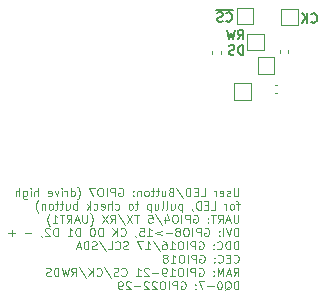
<source format=gbr>
%TF.GenerationSoftware,KiCad,Pcbnew,8.0.2*%
%TF.CreationDate,2024-05-26T20:11:31+02:00*%
%TF.ProjectId,protoB,70726f74-6f42-42e6-9b69-6361645f7063,rev?*%
%TF.SameCoordinates,PXbe7f170PY6de9350*%
%TF.FileFunction,Legend,Bot*%
%TF.FilePolarity,Positive*%
%FSLAX46Y46*%
G04 Gerber Fmt 4.6, Leading zero omitted, Abs format (unit mm)*
G04 Created by KiCad (PCBNEW 8.0.2) date 2024-05-26 20:11:31*
%MOMM*%
%LPD*%
G01*
G04 APERTURE LIST*
%ADD10C,0.120000*%
%ADD11C,0.200000*%
G04 APERTURE END LIST*
D10*
X21104386Y12476770D02*
X21104386Y11910103D01*
X21104386Y11910103D02*
X21071053Y11843437D01*
X21071053Y11843437D02*
X21037719Y11810103D01*
X21037719Y11810103D02*
X20971053Y11776770D01*
X20971053Y11776770D02*
X20837719Y11776770D01*
X20837719Y11776770D02*
X20771053Y11810103D01*
X20771053Y11810103D02*
X20737719Y11843437D01*
X20737719Y11843437D02*
X20704386Y11910103D01*
X20704386Y11910103D02*
X20704386Y12476770D01*
X20404386Y11810103D02*
X20337720Y11776770D01*
X20337720Y11776770D02*
X20204386Y11776770D01*
X20204386Y11776770D02*
X20137720Y11810103D01*
X20137720Y11810103D02*
X20104386Y11876770D01*
X20104386Y11876770D02*
X20104386Y11910103D01*
X20104386Y11910103D02*
X20137720Y11976770D01*
X20137720Y11976770D02*
X20204386Y12010103D01*
X20204386Y12010103D02*
X20304386Y12010103D01*
X20304386Y12010103D02*
X20371053Y12043437D01*
X20371053Y12043437D02*
X20404386Y12110103D01*
X20404386Y12110103D02*
X20404386Y12143437D01*
X20404386Y12143437D02*
X20371053Y12210103D01*
X20371053Y12210103D02*
X20304386Y12243437D01*
X20304386Y12243437D02*
X20204386Y12243437D01*
X20204386Y12243437D02*
X20137720Y12210103D01*
X19537719Y11810103D02*
X19604386Y11776770D01*
X19604386Y11776770D02*
X19737719Y11776770D01*
X19737719Y11776770D02*
X19804386Y11810103D01*
X19804386Y11810103D02*
X19837719Y11876770D01*
X19837719Y11876770D02*
X19837719Y12143437D01*
X19837719Y12143437D02*
X19804386Y12210103D01*
X19804386Y12210103D02*
X19737719Y12243437D01*
X19737719Y12243437D02*
X19604386Y12243437D01*
X19604386Y12243437D02*
X19537719Y12210103D01*
X19537719Y12210103D02*
X19504386Y12143437D01*
X19504386Y12143437D02*
X19504386Y12076770D01*
X19504386Y12076770D02*
X19837719Y12010103D01*
X19204386Y11776770D02*
X19204386Y12243437D01*
X19204386Y12110103D02*
X19171053Y12176770D01*
X19171053Y12176770D02*
X19137719Y12210103D01*
X19137719Y12210103D02*
X19071053Y12243437D01*
X19071053Y12243437D02*
X19004386Y12243437D01*
X17904387Y11776770D02*
X18237720Y11776770D01*
X18237720Y11776770D02*
X18237720Y12476770D01*
X17671053Y12143437D02*
X17437720Y12143437D01*
X17337720Y11776770D02*
X17671053Y11776770D01*
X17671053Y11776770D02*
X17671053Y12476770D01*
X17671053Y12476770D02*
X17337720Y12476770D01*
X17037720Y11776770D02*
X17037720Y12476770D01*
X17037720Y12476770D02*
X16871053Y12476770D01*
X16871053Y12476770D02*
X16771053Y12443437D01*
X16771053Y12443437D02*
X16704387Y12376770D01*
X16704387Y12376770D02*
X16671053Y12310103D01*
X16671053Y12310103D02*
X16637720Y12176770D01*
X16637720Y12176770D02*
X16637720Y12076770D01*
X16637720Y12076770D02*
X16671053Y11943437D01*
X16671053Y11943437D02*
X16704387Y11876770D01*
X16704387Y11876770D02*
X16771053Y11810103D01*
X16771053Y11810103D02*
X16871053Y11776770D01*
X16871053Y11776770D02*
X17037720Y11776770D01*
X15837720Y12510103D02*
X16437720Y11610103D01*
X15371054Y12143437D02*
X15271054Y12110103D01*
X15271054Y12110103D02*
X15237720Y12076770D01*
X15237720Y12076770D02*
X15204387Y12010103D01*
X15204387Y12010103D02*
X15204387Y11910103D01*
X15204387Y11910103D02*
X15237720Y11843437D01*
X15237720Y11843437D02*
X15271054Y11810103D01*
X15271054Y11810103D02*
X15337720Y11776770D01*
X15337720Y11776770D02*
X15604387Y11776770D01*
X15604387Y11776770D02*
X15604387Y12476770D01*
X15604387Y12476770D02*
X15371054Y12476770D01*
X15371054Y12476770D02*
X15304387Y12443437D01*
X15304387Y12443437D02*
X15271054Y12410103D01*
X15271054Y12410103D02*
X15237720Y12343437D01*
X15237720Y12343437D02*
X15237720Y12276770D01*
X15237720Y12276770D02*
X15271054Y12210103D01*
X15271054Y12210103D02*
X15304387Y12176770D01*
X15304387Y12176770D02*
X15371054Y12143437D01*
X15371054Y12143437D02*
X15604387Y12143437D01*
X14604387Y12243437D02*
X14604387Y11776770D01*
X14904387Y12243437D02*
X14904387Y11876770D01*
X14904387Y11876770D02*
X14871054Y11810103D01*
X14871054Y11810103D02*
X14804387Y11776770D01*
X14804387Y11776770D02*
X14704387Y11776770D01*
X14704387Y11776770D02*
X14637720Y11810103D01*
X14637720Y11810103D02*
X14604387Y11843437D01*
X14371054Y12243437D02*
X14104387Y12243437D01*
X14271054Y12476770D02*
X14271054Y11876770D01*
X14271054Y11876770D02*
X14237721Y11810103D01*
X14237721Y11810103D02*
X14171054Y11776770D01*
X14171054Y11776770D02*
X14104387Y11776770D01*
X13971054Y12243437D02*
X13704387Y12243437D01*
X13871054Y12476770D02*
X13871054Y11876770D01*
X13871054Y11876770D02*
X13837721Y11810103D01*
X13837721Y11810103D02*
X13771054Y11776770D01*
X13771054Y11776770D02*
X13704387Y11776770D01*
X13371054Y11776770D02*
X13437721Y11810103D01*
X13437721Y11810103D02*
X13471054Y11843437D01*
X13471054Y11843437D02*
X13504387Y11910103D01*
X13504387Y11910103D02*
X13504387Y12110103D01*
X13504387Y12110103D02*
X13471054Y12176770D01*
X13471054Y12176770D02*
X13437721Y12210103D01*
X13437721Y12210103D02*
X13371054Y12243437D01*
X13371054Y12243437D02*
X13271054Y12243437D01*
X13271054Y12243437D02*
X13204387Y12210103D01*
X13204387Y12210103D02*
X13171054Y12176770D01*
X13171054Y12176770D02*
X13137721Y12110103D01*
X13137721Y12110103D02*
X13137721Y11910103D01*
X13137721Y11910103D02*
X13171054Y11843437D01*
X13171054Y11843437D02*
X13204387Y11810103D01*
X13204387Y11810103D02*
X13271054Y11776770D01*
X13271054Y11776770D02*
X13371054Y11776770D01*
X12837721Y12243437D02*
X12837721Y11776770D01*
X12837721Y12176770D02*
X12804388Y12210103D01*
X12804388Y12210103D02*
X12737721Y12243437D01*
X12737721Y12243437D02*
X12637721Y12243437D01*
X12637721Y12243437D02*
X12571054Y12210103D01*
X12571054Y12210103D02*
X12537721Y12143437D01*
X12537721Y12143437D02*
X12537721Y11776770D01*
X12204388Y11843437D02*
X12171055Y11810103D01*
X12171055Y11810103D02*
X12204388Y11776770D01*
X12204388Y11776770D02*
X12237721Y11810103D01*
X12237721Y11810103D02*
X12204388Y11843437D01*
X12204388Y11843437D02*
X12204388Y11776770D01*
X12204388Y12210103D02*
X12171055Y12176770D01*
X12171055Y12176770D02*
X12204388Y12143437D01*
X12204388Y12143437D02*
X12237721Y12176770D01*
X12237721Y12176770D02*
X12204388Y12210103D01*
X12204388Y12210103D02*
X12204388Y12143437D01*
X10971055Y12443437D02*
X11037722Y12476770D01*
X11037722Y12476770D02*
X11137722Y12476770D01*
X11137722Y12476770D02*
X11237722Y12443437D01*
X11237722Y12443437D02*
X11304389Y12376770D01*
X11304389Y12376770D02*
X11337722Y12310103D01*
X11337722Y12310103D02*
X11371055Y12176770D01*
X11371055Y12176770D02*
X11371055Y12076770D01*
X11371055Y12076770D02*
X11337722Y11943437D01*
X11337722Y11943437D02*
X11304389Y11876770D01*
X11304389Y11876770D02*
X11237722Y11810103D01*
X11237722Y11810103D02*
X11137722Y11776770D01*
X11137722Y11776770D02*
X11071055Y11776770D01*
X11071055Y11776770D02*
X10971055Y11810103D01*
X10971055Y11810103D02*
X10937722Y11843437D01*
X10937722Y11843437D02*
X10937722Y12076770D01*
X10937722Y12076770D02*
X11071055Y12076770D01*
X10637722Y11776770D02*
X10637722Y12476770D01*
X10637722Y12476770D02*
X10371055Y12476770D01*
X10371055Y12476770D02*
X10304389Y12443437D01*
X10304389Y12443437D02*
X10271055Y12410103D01*
X10271055Y12410103D02*
X10237722Y12343437D01*
X10237722Y12343437D02*
X10237722Y12243437D01*
X10237722Y12243437D02*
X10271055Y12176770D01*
X10271055Y12176770D02*
X10304389Y12143437D01*
X10304389Y12143437D02*
X10371055Y12110103D01*
X10371055Y12110103D02*
X10637722Y12110103D01*
X9937722Y11776770D02*
X9937722Y12476770D01*
X9471056Y12476770D02*
X9337722Y12476770D01*
X9337722Y12476770D02*
X9271056Y12443437D01*
X9271056Y12443437D02*
X9204389Y12376770D01*
X9204389Y12376770D02*
X9171056Y12243437D01*
X9171056Y12243437D02*
X9171056Y12010103D01*
X9171056Y12010103D02*
X9204389Y11876770D01*
X9204389Y11876770D02*
X9271056Y11810103D01*
X9271056Y11810103D02*
X9337722Y11776770D01*
X9337722Y11776770D02*
X9471056Y11776770D01*
X9471056Y11776770D02*
X9537722Y11810103D01*
X9537722Y11810103D02*
X9604389Y11876770D01*
X9604389Y11876770D02*
X9637722Y12010103D01*
X9637722Y12010103D02*
X9637722Y12243437D01*
X9637722Y12243437D02*
X9604389Y12376770D01*
X9604389Y12376770D02*
X9537722Y12443437D01*
X9537722Y12443437D02*
X9471056Y12476770D01*
X8937723Y12476770D02*
X8471056Y12476770D01*
X8471056Y12476770D02*
X8771056Y11776770D01*
X7471056Y11510103D02*
X7504389Y11543437D01*
X7504389Y11543437D02*
X7571056Y11643437D01*
X7571056Y11643437D02*
X7604389Y11710103D01*
X7604389Y11710103D02*
X7637723Y11810103D01*
X7637723Y11810103D02*
X7671056Y11976770D01*
X7671056Y11976770D02*
X7671056Y12110103D01*
X7671056Y12110103D02*
X7637723Y12276770D01*
X7637723Y12276770D02*
X7604389Y12376770D01*
X7604389Y12376770D02*
X7571056Y12443437D01*
X7571056Y12443437D02*
X7504389Y12543437D01*
X7504389Y12543437D02*
X7471056Y12576770D01*
X6904389Y11776770D02*
X6904389Y12476770D01*
X6904389Y11810103D02*
X6971056Y11776770D01*
X6971056Y11776770D02*
X7104389Y11776770D01*
X7104389Y11776770D02*
X7171056Y11810103D01*
X7171056Y11810103D02*
X7204389Y11843437D01*
X7204389Y11843437D02*
X7237722Y11910103D01*
X7237722Y11910103D02*
X7237722Y12110103D01*
X7237722Y12110103D02*
X7204389Y12176770D01*
X7204389Y12176770D02*
X7171056Y12210103D01*
X7171056Y12210103D02*
X7104389Y12243437D01*
X7104389Y12243437D02*
X6971056Y12243437D01*
X6971056Y12243437D02*
X6904389Y12210103D01*
X6571056Y11776770D02*
X6571056Y12243437D01*
X6571056Y12110103D02*
X6537723Y12176770D01*
X6537723Y12176770D02*
X6504389Y12210103D01*
X6504389Y12210103D02*
X6437723Y12243437D01*
X6437723Y12243437D02*
X6371056Y12243437D01*
X6137723Y11776770D02*
X6137723Y12243437D01*
X6137723Y12476770D02*
X6171056Y12443437D01*
X6171056Y12443437D02*
X6137723Y12410103D01*
X6137723Y12410103D02*
X6104390Y12443437D01*
X6104390Y12443437D02*
X6137723Y12476770D01*
X6137723Y12476770D02*
X6137723Y12410103D01*
X5871057Y12243437D02*
X5704390Y11776770D01*
X5704390Y11776770D02*
X5537723Y12243437D01*
X5004390Y11810103D02*
X5071057Y11776770D01*
X5071057Y11776770D02*
X5204390Y11776770D01*
X5204390Y11776770D02*
X5271057Y11810103D01*
X5271057Y11810103D02*
X5304390Y11876770D01*
X5304390Y11876770D02*
X5304390Y12143437D01*
X5304390Y12143437D02*
X5271057Y12210103D01*
X5271057Y12210103D02*
X5204390Y12243437D01*
X5204390Y12243437D02*
X5071057Y12243437D01*
X5071057Y12243437D02*
X5004390Y12210103D01*
X5004390Y12210103D02*
X4971057Y12143437D01*
X4971057Y12143437D02*
X4971057Y12076770D01*
X4971057Y12076770D02*
X5304390Y12010103D01*
X4137724Y11776770D02*
X4137724Y12476770D01*
X3837724Y11776770D02*
X3837724Y12143437D01*
X3837724Y12143437D02*
X3871057Y12210103D01*
X3871057Y12210103D02*
X3937724Y12243437D01*
X3937724Y12243437D02*
X4037724Y12243437D01*
X4037724Y12243437D02*
X4104391Y12210103D01*
X4104391Y12210103D02*
X4137724Y12176770D01*
X3504391Y11776770D02*
X3504391Y12243437D01*
X3504391Y12476770D02*
X3537724Y12443437D01*
X3537724Y12443437D02*
X3504391Y12410103D01*
X3504391Y12410103D02*
X3471058Y12443437D01*
X3471058Y12443437D02*
X3504391Y12476770D01*
X3504391Y12476770D02*
X3504391Y12410103D01*
X2871058Y12243437D02*
X2871058Y11676770D01*
X2871058Y11676770D02*
X2904391Y11610103D01*
X2904391Y11610103D02*
X2937725Y11576770D01*
X2937725Y11576770D02*
X3004391Y11543437D01*
X3004391Y11543437D02*
X3104391Y11543437D01*
X3104391Y11543437D02*
X3171058Y11576770D01*
X2871058Y11810103D02*
X2937725Y11776770D01*
X2937725Y11776770D02*
X3071058Y11776770D01*
X3071058Y11776770D02*
X3137725Y11810103D01*
X3137725Y11810103D02*
X3171058Y11843437D01*
X3171058Y11843437D02*
X3204391Y11910103D01*
X3204391Y11910103D02*
X3204391Y12110103D01*
X3204391Y12110103D02*
X3171058Y12176770D01*
X3171058Y12176770D02*
X3137725Y12210103D01*
X3137725Y12210103D02*
X3071058Y12243437D01*
X3071058Y12243437D02*
X2937725Y12243437D01*
X2937725Y12243437D02*
X2871058Y12210103D01*
X2537725Y11776770D02*
X2537725Y12476770D01*
X2237725Y11776770D02*
X2237725Y12143437D01*
X2237725Y12143437D02*
X2271058Y12210103D01*
X2271058Y12210103D02*
X2337725Y12243437D01*
X2337725Y12243437D02*
X2437725Y12243437D01*
X2437725Y12243437D02*
X2504392Y12210103D01*
X2504392Y12210103D02*
X2537725Y12176770D01*
X21204386Y11116476D02*
X20937719Y11116476D01*
X21104386Y10649809D02*
X21104386Y11249809D01*
X21104386Y11249809D02*
X21071053Y11316476D01*
X21071053Y11316476D02*
X21004386Y11349809D01*
X21004386Y11349809D02*
X20937719Y11349809D01*
X20604386Y10649809D02*
X20671053Y10683142D01*
X20671053Y10683142D02*
X20704386Y10716476D01*
X20704386Y10716476D02*
X20737719Y10783142D01*
X20737719Y10783142D02*
X20737719Y10983142D01*
X20737719Y10983142D02*
X20704386Y11049809D01*
X20704386Y11049809D02*
X20671053Y11083142D01*
X20671053Y11083142D02*
X20604386Y11116476D01*
X20604386Y11116476D02*
X20504386Y11116476D01*
X20504386Y11116476D02*
X20437719Y11083142D01*
X20437719Y11083142D02*
X20404386Y11049809D01*
X20404386Y11049809D02*
X20371053Y10983142D01*
X20371053Y10983142D02*
X20371053Y10783142D01*
X20371053Y10783142D02*
X20404386Y10716476D01*
X20404386Y10716476D02*
X20437719Y10683142D01*
X20437719Y10683142D02*
X20504386Y10649809D01*
X20504386Y10649809D02*
X20604386Y10649809D01*
X20071053Y10649809D02*
X20071053Y11116476D01*
X20071053Y10983142D02*
X20037720Y11049809D01*
X20037720Y11049809D02*
X20004386Y11083142D01*
X20004386Y11083142D02*
X19937720Y11116476D01*
X19937720Y11116476D02*
X19871053Y11116476D01*
X18771054Y10649809D02*
X19104387Y10649809D01*
X19104387Y10649809D02*
X19104387Y11349809D01*
X18537720Y11016476D02*
X18304387Y11016476D01*
X18204387Y10649809D02*
X18537720Y10649809D01*
X18537720Y10649809D02*
X18537720Y11349809D01*
X18537720Y11349809D02*
X18204387Y11349809D01*
X17904387Y10649809D02*
X17904387Y11349809D01*
X17904387Y11349809D02*
X17737720Y11349809D01*
X17737720Y11349809D02*
X17637720Y11316476D01*
X17637720Y11316476D02*
X17571054Y11249809D01*
X17571054Y11249809D02*
X17537720Y11183142D01*
X17537720Y11183142D02*
X17504387Y11049809D01*
X17504387Y11049809D02*
X17504387Y10949809D01*
X17504387Y10949809D02*
X17537720Y10816476D01*
X17537720Y10816476D02*
X17571054Y10749809D01*
X17571054Y10749809D02*
X17637720Y10683142D01*
X17637720Y10683142D02*
X17737720Y10649809D01*
X17737720Y10649809D02*
X17904387Y10649809D01*
X17171054Y10683142D02*
X17171054Y10649809D01*
X17171054Y10649809D02*
X17204387Y10583142D01*
X17204387Y10583142D02*
X17237720Y10549809D01*
X16337721Y11116476D02*
X16337721Y10416476D01*
X16337721Y11083142D02*
X16271054Y11116476D01*
X16271054Y11116476D02*
X16137721Y11116476D01*
X16137721Y11116476D02*
X16071054Y11083142D01*
X16071054Y11083142D02*
X16037721Y11049809D01*
X16037721Y11049809D02*
X16004388Y10983142D01*
X16004388Y10983142D02*
X16004388Y10783142D01*
X16004388Y10783142D02*
X16037721Y10716476D01*
X16037721Y10716476D02*
X16071054Y10683142D01*
X16071054Y10683142D02*
X16137721Y10649809D01*
X16137721Y10649809D02*
X16271054Y10649809D01*
X16271054Y10649809D02*
X16337721Y10683142D01*
X15404388Y11116476D02*
X15404388Y10649809D01*
X15704388Y11116476D02*
X15704388Y10749809D01*
X15704388Y10749809D02*
X15671055Y10683142D01*
X15671055Y10683142D02*
X15604388Y10649809D01*
X15604388Y10649809D02*
X15504388Y10649809D01*
X15504388Y10649809D02*
X15437721Y10683142D01*
X15437721Y10683142D02*
X15404388Y10716476D01*
X14971055Y10649809D02*
X15037722Y10683142D01*
X15037722Y10683142D02*
X15071055Y10749809D01*
X15071055Y10749809D02*
X15071055Y11349809D01*
X14604388Y10649809D02*
X14671055Y10683142D01*
X14671055Y10683142D02*
X14704388Y10749809D01*
X14704388Y10749809D02*
X14704388Y11349809D01*
X14037721Y11116476D02*
X14037721Y10649809D01*
X14337721Y11116476D02*
X14337721Y10749809D01*
X14337721Y10749809D02*
X14304388Y10683142D01*
X14304388Y10683142D02*
X14237721Y10649809D01*
X14237721Y10649809D02*
X14137721Y10649809D01*
X14137721Y10649809D02*
X14071054Y10683142D01*
X14071054Y10683142D02*
X14037721Y10716476D01*
X13704388Y11116476D02*
X13704388Y10416476D01*
X13704388Y11083142D02*
X13637721Y11116476D01*
X13637721Y11116476D02*
X13504388Y11116476D01*
X13504388Y11116476D02*
X13437721Y11083142D01*
X13437721Y11083142D02*
X13404388Y11049809D01*
X13404388Y11049809D02*
X13371055Y10983142D01*
X13371055Y10983142D02*
X13371055Y10783142D01*
X13371055Y10783142D02*
X13404388Y10716476D01*
X13404388Y10716476D02*
X13437721Y10683142D01*
X13437721Y10683142D02*
X13504388Y10649809D01*
X13504388Y10649809D02*
X13637721Y10649809D01*
X13637721Y10649809D02*
X13704388Y10683142D01*
X12637722Y11116476D02*
X12371055Y11116476D01*
X12537722Y11349809D02*
X12537722Y10749809D01*
X12537722Y10749809D02*
X12504389Y10683142D01*
X12504389Y10683142D02*
X12437722Y10649809D01*
X12437722Y10649809D02*
X12371055Y10649809D01*
X12037722Y10649809D02*
X12104389Y10683142D01*
X12104389Y10683142D02*
X12137722Y10716476D01*
X12137722Y10716476D02*
X12171055Y10783142D01*
X12171055Y10783142D02*
X12171055Y10983142D01*
X12171055Y10983142D02*
X12137722Y11049809D01*
X12137722Y11049809D02*
X12104389Y11083142D01*
X12104389Y11083142D02*
X12037722Y11116476D01*
X12037722Y11116476D02*
X11937722Y11116476D01*
X11937722Y11116476D02*
X11871055Y11083142D01*
X11871055Y11083142D02*
X11837722Y11049809D01*
X11837722Y11049809D02*
X11804389Y10983142D01*
X11804389Y10983142D02*
X11804389Y10783142D01*
X11804389Y10783142D02*
X11837722Y10716476D01*
X11837722Y10716476D02*
X11871055Y10683142D01*
X11871055Y10683142D02*
X11937722Y10649809D01*
X11937722Y10649809D02*
X12037722Y10649809D01*
X10671056Y10683142D02*
X10737723Y10649809D01*
X10737723Y10649809D02*
X10871056Y10649809D01*
X10871056Y10649809D02*
X10937723Y10683142D01*
X10937723Y10683142D02*
X10971056Y10716476D01*
X10971056Y10716476D02*
X11004389Y10783142D01*
X11004389Y10783142D02*
X11004389Y10983142D01*
X11004389Y10983142D02*
X10971056Y11049809D01*
X10971056Y11049809D02*
X10937723Y11083142D01*
X10937723Y11083142D02*
X10871056Y11116476D01*
X10871056Y11116476D02*
X10737723Y11116476D01*
X10737723Y11116476D02*
X10671056Y11083142D01*
X10371056Y10649809D02*
X10371056Y11349809D01*
X10071056Y10649809D02*
X10071056Y11016476D01*
X10071056Y11016476D02*
X10104389Y11083142D01*
X10104389Y11083142D02*
X10171056Y11116476D01*
X10171056Y11116476D02*
X10271056Y11116476D01*
X10271056Y11116476D02*
X10337723Y11083142D01*
X10337723Y11083142D02*
X10371056Y11049809D01*
X9471056Y10683142D02*
X9537723Y10649809D01*
X9537723Y10649809D02*
X9671056Y10649809D01*
X9671056Y10649809D02*
X9737723Y10683142D01*
X9737723Y10683142D02*
X9771056Y10749809D01*
X9771056Y10749809D02*
X9771056Y11016476D01*
X9771056Y11016476D02*
X9737723Y11083142D01*
X9737723Y11083142D02*
X9671056Y11116476D01*
X9671056Y11116476D02*
X9537723Y11116476D01*
X9537723Y11116476D02*
X9471056Y11083142D01*
X9471056Y11083142D02*
X9437723Y11016476D01*
X9437723Y11016476D02*
X9437723Y10949809D01*
X9437723Y10949809D02*
X9771056Y10883142D01*
X8837723Y10683142D02*
X8904390Y10649809D01*
X8904390Y10649809D02*
X9037723Y10649809D01*
X9037723Y10649809D02*
X9104390Y10683142D01*
X9104390Y10683142D02*
X9137723Y10716476D01*
X9137723Y10716476D02*
X9171056Y10783142D01*
X9171056Y10783142D02*
X9171056Y10983142D01*
X9171056Y10983142D02*
X9137723Y11049809D01*
X9137723Y11049809D02*
X9104390Y11083142D01*
X9104390Y11083142D02*
X9037723Y11116476D01*
X9037723Y11116476D02*
X8904390Y11116476D01*
X8904390Y11116476D02*
X8837723Y11083142D01*
X8537723Y10649809D02*
X8537723Y11349809D01*
X8471056Y10916476D02*
X8271056Y10649809D01*
X8271056Y11116476D02*
X8537723Y10849809D01*
X7437723Y10649809D02*
X7437723Y11349809D01*
X7437723Y11083142D02*
X7371056Y11116476D01*
X7371056Y11116476D02*
X7237723Y11116476D01*
X7237723Y11116476D02*
X7171056Y11083142D01*
X7171056Y11083142D02*
X7137723Y11049809D01*
X7137723Y11049809D02*
X7104390Y10983142D01*
X7104390Y10983142D02*
X7104390Y10783142D01*
X7104390Y10783142D02*
X7137723Y10716476D01*
X7137723Y10716476D02*
X7171056Y10683142D01*
X7171056Y10683142D02*
X7237723Y10649809D01*
X7237723Y10649809D02*
X7371056Y10649809D01*
X7371056Y10649809D02*
X7437723Y10683142D01*
X6504390Y11116476D02*
X6504390Y10649809D01*
X6804390Y11116476D02*
X6804390Y10749809D01*
X6804390Y10749809D02*
X6771057Y10683142D01*
X6771057Y10683142D02*
X6704390Y10649809D01*
X6704390Y10649809D02*
X6604390Y10649809D01*
X6604390Y10649809D02*
X6537723Y10683142D01*
X6537723Y10683142D02*
X6504390Y10716476D01*
X6271057Y11116476D02*
X6004390Y11116476D01*
X6171057Y11349809D02*
X6171057Y10749809D01*
X6171057Y10749809D02*
X6137724Y10683142D01*
X6137724Y10683142D02*
X6071057Y10649809D01*
X6071057Y10649809D02*
X6004390Y10649809D01*
X5871057Y11116476D02*
X5604390Y11116476D01*
X5771057Y11349809D02*
X5771057Y10749809D01*
X5771057Y10749809D02*
X5737724Y10683142D01*
X5737724Y10683142D02*
X5671057Y10649809D01*
X5671057Y10649809D02*
X5604390Y10649809D01*
X5271057Y10649809D02*
X5337724Y10683142D01*
X5337724Y10683142D02*
X5371057Y10716476D01*
X5371057Y10716476D02*
X5404390Y10783142D01*
X5404390Y10783142D02*
X5404390Y10983142D01*
X5404390Y10983142D02*
X5371057Y11049809D01*
X5371057Y11049809D02*
X5337724Y11083142D01*
X5337724Y11083142D02*
X5271057Y11116476D01*
X5271057Y11116476D02*
X5171057Y11116476D01*
X5171057Y11116476D02*
X5104390Y11083142D01*
X5104390Y11083142D02*
X5071057Y11049809D01*
X5071057Y11049809D02*
X5037724Y10983142D01*
X5037724Y10983142D02*
X5037724Y10783142D01*
X5037724Y10783142D02*
X5071057Y10716476D01*
X5071057Y10716476D02*
X5104390Y10683142D01*
X5104390Y10683142D02*
X5171057Y10649809D01*
X5171057Y10649809D02*
X5271057Y10649809D01*
X4737724Y11116476D02*
X4737724Y10649809D01*
X4737724Y11049809D02*
X4704391Y11083142D01*
X4704391Y11083142D02*
X4637724Y11116476D01*
X4637724Y11116476D02*
X4537724Y11116476D01*
X4537724Y11116476D02*
X4471057Y11083142D01*
X4471057Y11083142D02*
X4437724Y11016476D01*
X4437724Y11016476D02*
X4437724Y10649809D01*
X4171058Y10383142D02*
X4137724Y10416476D01*
X4137724Y10416476D02*
X4071058Y10516476D01*
X4071058Y10516476D02*
X4037724Y10583142D01*
X4037724Y10583142D02*
X4004391Y10683142D01*
X4004391Y10683142D02*
X3971058Y10849809D01*
X3971058Y10849809D02*
X3971058Y10983142D01*
X3971058Y10983142D02*
X4004391Y11149809D01*
X4004391Y11149809D02*
X4037724Y11249809D01*
X4037724Y11249809D02*
X4071058Y11316476D01*
X4071058Y11316476D02*
X4137724Y11416476D01*
X4137724Y11416476D02*
X4171058Y11449809D01*
X21104386Y10222848D02*
X21104386Y9656181D01*
X21104386Y9656181D02*
X21071053Y9589515D01*
X21071053Y9589515D02*
X21037719Y9556181D01*
X21037719Y9556181D02*
X20971053Y9522848D01*
X20971053Y9522848D02*
X20837719Y9522848D01*
X20837719Y9522848D02*
X20771053Y9556181D01*
X20771053Y9556181D02*
X20737719Y9589515D01*
X20737719Y9589515D02*
X20704386Y9656181D01*
X20704386Y9656181D02*
X20704386Y10222848D01*
X20404386Y9722848D02*
X20071053Y9722848D01*
X20471053Y9522848D02*
X20237720Y10222848D01*
X20237720Y10222848D02*
X20004386Y9522848D01*
X19371053Y9522848D02*
X19604386Y9856181D01*
X19771053Y9522848D02*
X19771053Y10222848D01*
X19771053Y10222848D02*
X19504386Y10222848D01*
X19504386Y10222848D02*
X19437720Y10189515D01*
X19437720Y10189515D02*
X19404386Y10156181D01*
X19404386Y10156181D02*
X19371053Y10089515D01*
X19371053Y10089515D02*
X19371053Y9989515D01*
X19371053Y9989515D02*
X19404386Y9922848D01*
X19404386Y9922848D02*
X19437720Y9889515D01*
X19437720Y9889515D02*
X19504386Y9856181D01*
X19504386Y9856181D02*
X19771053Y9856181D01*
X19171053Y10222848D02*
X18771053Y10222848D01*
X18971053Y9522848D02*
X18971053Y10222848D01*
X18537720Y9589515D02*
X18504387Y9556181D01*
X18504387Y9556181D02*
X18537720Y9522848D01*
X18537720Y9522848D02*
X18571053Y9556181D01*
X18571053Y9556181D02*
X18537720Y9589515D01*
X18537720Y9589515D02*
X18537720Y9522848D01*
X18537720Y9956181D02*
X18504387Y9922848D01*
X18504387Y9922848D02*
X18537720Y9889515D01*
X18537720Y9889515D02*
X18571053Y9922848D01*
X18571053Y9922848D02*
X18537720Y9956181D01*
X18537720Y9956181D02*
X18537720Y9889515D01*
X17304387Y10189515D02*
X17371054Y10222848D01*
X17371054Y10222848D02*
X17471054Y10222848D01*
X17471054Y10222848D02*
X17571054Y10189515D01*
X17571054Y10189515D02*
X17637721Y10122848D01*
X17637721Y10122848D02*
X17671054Y10056181D01*
X17671054Y10056181D02*
X17704387Y9922848D01*
X17704387Y9922848D02*
X17704387Y9822848D01*
X17704387Y9822848D02*
X17671054Y9689515D01*
X17671054Y9689515D02*
X17637721Y9622848D01*
X17637721Y9622848D02*
X17571054Y9556181D01*
X17571054Y9556181D02*
X17471054Y9522848D01*
X17471054Y9522848D02*
X17404387Y9522848D01*
X17404387Y9522848D02*
X17304387Y9556181D01*
X17304387Y9556181D02*
X17271054Y9589515D01*
X17271054Y9589515D02*
X17271054Y9822848D01*
X17271054Y9822848D02*
X17404387Y9822848D01*
X16971054Y9522848D02*
X16971054Y10222848D01*
X16971054Y10222848D02*
X16704387Y10222848D01*
X16704387Y10222848D02*
X16637721Y10189515D01*
X16637721Y10189515D02*
X16604387Y10156181D01*
X16604387Y10156181D02*
X16571054Y10089515D01*
X16571054Y10089515D02*
X16571054Y9989515D01*
X16571054Y9989515D02*
X16604387Y9922848D01*
X16604387Y9922848D02*
X16637721Y9889515D01*
X16637721Y9889515D02*
X16704387Y9856181D01*
X16704387Y9856181D02*
X16971054Y9856181D01*
X16271054Y9522848D02*
X16271054Y10222848D01*
X15804388Y10222848D02*
X15671054Y10222848D01*
X15671054Y10222848D02*
X15604388Y10189515D01*
X15604388Y10189515D02*
X15537721Y10122848D01*
X15537721Y10122848D02*
X15504388Y9989515D01*
X15504388Y9989515D02*
X15504388Y9756181D01*
X15504388Y9756181D02*
X15537721Y9622848D01*
X15537721Y9622848D02*
X15604388Y9556181D01*
X15604388Y9556181D02*
X15671054Y9522848D01*
X15671054Y9522848D02*
X15804388Y9522848D01*
X15804388Y9522848D02*
X15871054Y9556181D01*
X15871054Y9556181D02*
X15937721Y9622848D01*
X15937721Y9622848D02*
X15971054Y9756181D01*
X15971054Y9756181D02*
X15971054Y9989515D01*
X15971054Y9989515D02*
X15937721Y10122848D01*
X15937721Y10122848D02*
X15871054Y10189515D01*
X15871054Y10189515D02*
X15804388Y10222848D01*
X14904388Y9989515D02*
X14904388Y9522848D01*
X15071055Y10256181D02*
X15237721Y9756181D01*
X15237721Y9756181D02*
X14804388Y9756181D01*
X14037721Y10256181D02*
X14637721Y9356181D01*
X13471055Y10222848D02*
X13804388Y10222848D01*
X13804388Y10222848D02*
X13837721Y9889515D01*
X13837721Y9889515D02*
X13804388Y9922848D01*
X13804388Y9922848D02*
X13737721Y9956181D01*
X13737721Y9956181D02*
X13571055Y9956181D01*
X13571055Y9956181D02*
X13504388Y9922848D01*
X13504388Y9922848D02*
X13471055Y9889515D01*
X13471055Y9889515D02*
X13437721Y9822848D01*
X13437721Y9822848D02*
X13437721Y9656181D01*
X13437721Y9656181D02*
X13471055Y9589515D01*
X13471055Y9589515D02*
X13504388Y9556181D01*
X13504388Y9556181D02*
X13571055Y9522848D01*
X13571055Y9522848D02*
X13737721Y9522848D01*
X13737721Y9522848D02*
X13804388Y9556181D01*
X13804388Y9556181D02*
X13837721Y9589515D01*
X12704388Y10222848D02*
X12304388Y10222848D01*
X12504388Y9522848D02*
X12504388Y10222848D01*
X12137722Y10222848D02*
X11671055Y9522848D01*
X11671055Y10222848D02*
X12137722Y9522848D01*
X10904388Y10256181D02*
X11504388Y9356181D01*
X10271055Y9522848D02*
X10504388Y9856181D01*
X10671055Y9522848D02*
X10671055Y10222848D01*
X10671055Y10222848D02*
X10404388Y10222848D01*
X10404388Y10222848D02*
X10337722Y10189515D01*
X10337722Y10189515D02*
X10304388Y10156181D01*
X10304388Y10156181D02*
X10271055Y10089515D01*
X10271055Y10089515D02*
X10271055Y9989515D01*
X10271055Y9989515D02*
X10304388Y9922848D01*
X10304388Y9922848D02*
X10337722Y9889515D01*
X10337722Y9889515D02*
X10404388Y9856181D01*
X10404388Y9856181D02*
X10671055Y9856181D01*
X10037722Y10222848D02*
X9571055Y9522848D01*
X9571055Y10222848D02*
X10037722Y9522848D01*
X8571055Y9256181D02*
X8604388Y9289515D01*
X8604388Y9289515D02*
X8671055Y9389515D01*
X8671055Y9389515D02*
X8704388Y9456181D01*
X8704388Y9456181D02*
X8737722Y9556181D01*
X8737722Y9556181D02*
X8771055Y9722848D01*
X8771055Y9722848D02*
X8771055Y9856181D01*
X8771055Y9856181D02*
X8737722Y10022848D01*
X8737722Y10022848D02*
X8704388Y10122848D01*
X8704388Y10122848D02*
X8671055Y10189515D01*
X8671055Y10189515D02*
X8604388Y10289515D01*
X8604388Y10289515D02*
X8571055Y10322848D01*
X8304388Y10222848D02*
X8304388Y9656181D01*
X8304388Y9656181D02*
X8271055Y9589515D01*
X8271055Y9589515D02*
X8237721Y9556181D01*
X8237721Y9556181D02*
X8171055Y9522848D01*
X8171055Y9522848D02*
X8037721Y9522848D01*
X8037721Y9522848D02*
X7971055Y9556181D01*
X7971055Y9556181D02*
X7937721Y9589515D01*
X7937721Y9589515D02*
X7904388Y9656181D01*
X7904388Y9656181D02*
X7904388Y10222848D01*
X7604388Y9722848D02*
X7271055Y9722848D01*
X7671055Y9522848D02*
X7437722Y10222848D01*
X7437722Y10222848D02*
X7204388Y9522848D01*
X6571055Y9522848D02*
X6804388Y9856181D01*
X6971055Y9522848D02*
X6971055Y10222848D01*
X6971055Y10222848D02*
X6704388Y10222848D01*
X6704388Y10222848D02*
X6637722Y10189515D01*
X6637722Y10189515D02*
X6604388Y10156181D01*
X6604388Y10156181D02*
X6571055Y10089515D01*
X6571055Y10089515D02*
X6571055Y9989515D01*
X6571055Y9989515D02*
X6604388Y9922848D01*
X6604388Y9922848D02*
X6637722Y9889515D01*
X6637722Y9889515D02*
X6704388Y9856181D01*
X6704388Y9856181D02*
X6971055Y9856181D01*
X6371055Y10222848D02*
X5971055Y10222848D01*
X6171055Y9522848D02*
X6171055Y10222848D01*
X5371055Y9522848D02*
X5771055Y9522848D01*
X5571055Y9522848D02*
X5571055Y10222848D01*
X5571055Y10222848D02*
X5637722Y10122848D01*
X5637722Y10122848D02*
X5704389Y10056181D01*
X5704389Y10056181D02*
X5771055Y10022848D01*
X5137722Y9256181D02*
X5104388Y9289515D01*
X5104388Y9289515D02*
X5037722Y9389515D01*
X5037722Y9389515D02*
X5004388Y9456181D01*
X5004388Y9456181D02*
X4971055Y9556181D01*
X4971055Y9556181D02*
X4937722Y9722848D01*
X4937722Y9722848D02*
X4937722Y9856181D01*
X4937722Y9856181D02*
X4971055Y10022848D01*
X4971055Y10022848D02*
X5004388Y10122848D01*
X5004388Y10122848D02*
X5037722Y10189515D01*
X5037722Y10189515D02*
X5104388Y10289515D01*
X5104388Y10289515D02*
X5137722Y10322848D01*
X21104386Y8395887D02*
X21104386Y9095887D01*
X21104386Y9095887D02*
X20937719Y9095887D01*
X20937719Y9095887D02*
X20837719Y9062554D01*
X20837719Y9062554D02*
X20771053Y8995887D01*
X20771053Y8995887D02*
X20737719Y8929220D01*
X20737719Y8929220D02*
X20704386Y8795887D01*
X20704386Y8795887D02*
X20704386Y8695887D01*
X20704386Y8695887D02*
X20737719Y8562554D01*
X20737719Y8562554D02*
X20771053Y8495887D01*
X20771053Y8495887D02*
X20837719Y8429220D01*
X20837719Y8429220D02*
X20937719Y8395887D01*
X20937719Y8395887D02*
X21104386Y8395887D01*
X20504386Y9095887D02*
X20271053Y8395887D01*
X20271053Y8395887D02*
X20037719Y9095887D01*
X19804386Y8395887D02*
X19804386Y9095887D01*
X19471053Y8462554D02*
X19437720Y8429220D01*
X19437720Y8429220D02*
X19471053Y8395887D01*
X19471053Y8395887D02*
X19504386Y8429220D01*
X19504386Y8429220D02*
X19471053Y8462554D01*
X19471053Y8462554D02*
X19471053Y8395887D01*
X19471053Y8829220D02*
X19437720Y8795887D01*
X19437720Y8795887D02*
X19471053Y8762554D01*
X19471053Y8762554D02*
X19504386Y8795887D01*
X19504386Y8795887D02*
X19471053Y8829220D01*
X19471053Y8829220D02*
X19471053Y8762554D01*
X18237720Y9062554D02*
X18304387Y9095887D01*
X18304387Y9095887D02*
X18404387Y9095887D01*
X18404387Y9095887D02*
X18504387Y9062554D01*
X18504387Y9062554D02*
X18571054Y8995887D01*
X18571054Y8995887D02*
X18604387Y8929220D01*
X18604387Y8929220D02*
X18637720Y8795887D01*
X18637720Y8795887D02*
X18637720Y8695887D01*
X18637720Y8695887D02*
X18604387Y8562554D01*
X18604387Y8562554D02*
X18571054Y8495887D01*
X18571054Y8495887D02*
X18504387Y8429220D01*
X18504387Y8429220D02*
X18404387Y8395887D01*
X18404387Y8395887D02*
X18337720Y8395887D01*
X18337720Y8395887D02*
X18237720Y8429220D01*
X18237720Y8429220D02*
X18204387Y8462554D01*
X18204387Y8462554D02*
X18204387Y8695887D01*
X18204387Y8695887D02*
X18337720Y8695887D01*
X17904387Y8395887D02*
X17904387Y9095887D01*
X17904387Y9095887D02*
X17637720Y9095887D01*
X17637720Y9095887D02*
X17571054Y9062554D01*
X17571054Y9062554D02*
X17537720Y9029220D01*
X17537720Y9029220D02*
X17504387Y8962554D01*
X17504387Y8962554D02*
X17504387Y8862554D01*
X17504387Y8862554D02*
X17537720Y8795887D01*
X17537720Y8795887D02*
X17571054Y8762554D01*
X17571054Y8762554D02*
X17637720Y8729220D01*
X17637720Y8729220D02*
X17904387Y8729220D01*
X17204387Y8395887D02*
X17204387Y9095887D01*
X16737721Y9095887D02*
X16604387Y9095887D01*
X16604387Y9095887D02*
X16537721Y9062554D01*
X16537721Y9062554D02*
X16471054Y8995887D01*
X16471054Y8995887D02*
X16437721Y8862554D01*
X16437721Y8862554D02*
X16437721Y8629220D01*
X16437721Y8629220D02*
X16471054Y8495887D01*
X16471054Y8495887D02*
X16537721Y8429220D01*
X16537721Y8429220D02*
X16604387Y8395887D01*
X16604387Y8395887D02*
X16737721Y8395887D01*
X16737721Y8395887D02*
X16804387Y8429220D01*
X16804387Y8429220D02*
X16871054Y8495887D01*
X16871054Y8495887D02*
X16904387Y8629220D01*
X16904387Y8629220D02*
X16904387Y8862554D01*
X16904387Y8862554D02*
X16871054Y8995887D01*
X16871054Y8995887D02*
X16804387Y9062554D01*
X16804387Y9062554D02*
X16737721Y9095887D01*
X16037721Y8795887D02*
X16104388Y8829220D01*
X16104388Y8829220D02*
X16137721Y8862554D01*
X16137721Y8862554D02*
X16171054Y8929220D01*
X16171054Y8929220D02*
X16171054Y8962554D01*
X16171054Y8962554D02*
X16137721Y9029220D01*
X16137721Y9029220D02*
X16104388Y9062554D01*
X16104388Y9062554D02*
X16037721Y9095887D01*
X16037721Y9095887D02*
X15904388Y9095887D01*
X15904388Y9095887D02*
X15837721Y9062554D01*
X15837721Y9062554D02*
X15804388Y9029220D01*
X15804388Y9029220D02*
X15771054Y8962554D01*
X15771054Y8962554D02*
X15771054Y8929220D01*
X15771054Y8929220D02*
X15804388Y8862554D01*
X15804388Y8862554D02*
X15837721Y8829220D01*
X15837721Y8829220D02*
X15904388Y8795887D01*
X15904388Y8795887D02*
X16037721Y8795887D01*
X16037721Y8795887D02*
X16104388Y8762554D01*
X16104388Y8762554D02*
X16137721Y8729220D01*
X16137721Y8729220D02*
X16171054Y8662554D01*
X16171054Y8662554D02*
X16171054Y8529220D01*
X16171054Y8529220D02*
X16137721Y8462554D01*
X16137721Y8462554D02*
X16104388Y8429220D01*
X16104388Y8429220D02*
X16037721Y8395887D01*
X16037721Y8395887D02*
X15904388Y8395887D01*
X15904388Y8395887D02*
X15837721Y8429220D01*
X15837721Y8429220D02*
X15804388Y8462554D01*
X15804388Y8462554D02*
X15771054Y8529220D01*
X15771054Y8529220D02*
X15771054Y8662554D01*
X15771054Y8662554D02*
X15804388Y8729220D01*
X15804388Y8729220D02*
X15837721Y8762554D01*
X15837721Y8762554D02*
X15904388Y8795887D01*
X15471054Y8662554D02*
X14937721Y8662554D01*
X14604387Y8862554D02*
X14071054Y8662554D01*
X14071054Y8662554D02*
X14604387Y8462554D01*
X13371053Y8395887D02*
X13771053Y8395887D01*
X13571053Y8395887D02*
X13571053Y9095887D01*
X13571053Y9095887D02*
X13637720Y8995887D01*
X13637720Y8995887D02*
X13704387Y8929220D01*
X13704387Y8929220D02*
X13771053Y8895887D01*
X12737720Y9095887D02*
X13071053Y9095887D01*
X13071053Y9095887D02*
X13104386Y8762554D01*
X13104386Y8762554D02*
X13071053Y8795887D01*
X13071053Y8795887D02*
X13004386Y8829220D01*
X13004386Y8829220D02*
X12837720Y8829220D01*
X12837720Y8829220D02*
X12771053Y8795887D01*
X12771053Y8795887D02*
X12737720Y8762554D01*
X12737720Y8762554D02*
X12704386Y8695887D01*
X12704386Y8695887D02*
X12704386Y8529220D01*
X12704386Y8529220D02*
X12737720Y8462554D01*
X12737720Y8462554D02*
X12771053Y8429220D01*
X12771053Y8429220D02*
X12837720Y8395887D01*
X12837720Y8395887D02*
X13004386Y8395887D01*
X13004386Y8395887D02*
X13071053Y8429220D01*
X13071053Y8429220D02*
X13104386Y8462554D01*
X12371053Y8429220D02*
X12371053Y8395887D01*
X12371053Y8395887D02*
X12404386Y8329220D01*
X12404386Y8329220D02*
X12437719Y8295887D01*
X11137720Y8462554D02*
X11171053Y8429220D01*
X11171053Y8429220D02*
X11271053Y8395887D01*
X11271053Y8395887D02*
X11337720Y8395887D01*
X11337720Y8395887D02*
X11437720Y8429220D01*
X11437720Y8429220D02*
X11504387Y8495887D01*
X11504387Y8495887D02*
X11537720Y8562554D01*
X11537720Y8562554D02*
X11571053Y8695887D01*
X11571053Y8695887D02*
X11571053Y8795887D01*
X11571053Y8795887D02*
X11537720Y8929220D01*
X11537720Y8929220D02*
X11504387Y8995887D01*
X11504387Y8995887D02*
X11437720Y9062554D01*
X11437720Y9062554D02*
X11337720Y9095887D01*
X11337720Y9095887D02*
X11271053Y9095887D01*
X11271053Y9095887D02*
X11171053Y9062554D01*
X11171053Y9062554D02*
X11137720Y9029220D01*
X10837720Y8395887D02*
X10837720Y9095887D01*
X10437720Y8395887D02*
X10737720Y8795887D01*
X10437720Y9095887D02*
X10837720Y8695887D01*
X9604387Y8395887D02*
X9604387Y9095887D01*
X9604387Y9095887D02*
X9437720Y9095887D01*
X9437720Y9095887D02*
X9337720Y9062554D01*
X9337720Y9062554D02*
X9271054Y8995887D01*
X9271054Y8995887D02*
X9237720Y8929220D01*
X9237720Y8929220D02*
X9204387Y8795887D01*
X9204387Y8795887D02*
X9204387Y8695887D01*
X9204387Y8695887D02*
X9237720Y8562554D01*
X9237720Y8562554D02*
X9271054Y8495887D01*
X9271054Y8495887D02*
X9337720Y8429220D01*
X9337720Y8429220D02*
X9437720Y8395887D01*
X9437720Y8395887D02*
X9604387Y8395887D01*
X8771054Y9095887D02*
X8704387Y9095887D01*
X8704387Y9095887D02*
X8637720Y9062554D01*
X8637720Y9062554D02*
X8604387Y9029220D01*
X8604387Y9029220D02*
X8571054Y8962554D01*
X8571054Y8962554D02*
X8537720Y8829220D01*
X8537720Y8829220D02*
X8537720Y8662554D01*
X8537720Y8662554D02*
X8571054Y8529220D01*
X8571054Y8529220D02*
X8604387Y8462554D01*
X8604387Y8462554D02*
X8637720Y8429220D01*
X8637720Y8429220D02*
X8704387Y8395887D01*
X8704387Y8395887D02*
X8771054Y8395887D01*
X8771054Y8395887D02*
X8837720Y8429220D01*
X8837720Y8429220D02*
X8871054Y8462554D01*
X8871054Y8462554D02*
X8904387Y8529220D01*
X8904387Y8529220D02*
X8937720Y8662554D01*
X8937720Y8662554D02*
X8937720Y8829220D01*
X8937720Y8829220D02*
X8904387Y8962554D01*
X8904387Y8962554D02*
X8871054Y9029220D01*
X8871054Y9029220D02*
X8837720Y9062554D01*
X8837720Y9062554D02*
X8771054Y9095887D01*
X7704387Y8395887D02*
X7704387Y9095887D01*
X7704387Y9095887D02*
X7537720Y9095887D01*
X7537720Y9095887D02*
X7437720Y9062554D01*
X7437720Y9062554D02*
X7371054Y8995887D01*
X7371054Y8995887D02*
X7337720Y8929220D01*
X7337720Y8929220D02*
X7304387Y8795887D01*
X7304387Y8795887D02*
X7304387Y8695887D01*
X7304387Y8695887D02*
X7337720Y8562554D01*
X7337720Y8562554D02*
X7371054Y8495887D01*
X7371054Y8495887D02*
X7437720Y8429220D01*
X7437720Y8429220D02*
X7537720Y8395887D01*
X7537720Y8395887D02*
X7704387Y8395887D01*
X6637720Y8395887D02*
X7037720Y8395887D01*
X6837720Y8395887D02*
X6837720Y9095887D01*
X6837720Y9095887D02*
X6904387Y8995887D01*
X6904387Y8995887D02*
X6971054Y8929220D01*
X6971054Y8929220D02*
X7037720Y8895887D01*
X5804387Y8395887D02*
X5804387Y9095887D01*
X5804387Y9095887D02*
X5637720Y9095887D01*
X5637720Y9095887D02*
X5537720Y9062554D01*
X5537720Y9062554D02*
X5471054Y8995887D01*
X5471054Y8995887D02*
X5437720Y8929220D01*
X5437720Y8929220D02*
X5404387Y8795887D01*
X5404387Y8795887D02*
X5404387Y8695887D01*
X5404387Y8695887D02*
X5437720Y8562554D01*
X5437720Y8562554D02*
X5471054Y8495887D01*
X5471054Y8495887D02*
X5537720Y8429220D01*
X5537720Y8429220D02*
X5637720Y8395887D01*
X5637720Y8395887D02*
X5804387Y8395887D01*
X5137720Y9029220D02*
X5104387Y9062554D01*
X5104387Y9062554D02*
X5037720Y9095887D01*
X5037720Y9095887D02*
X4871054Y9095887D01*
X4871054Y9095887D02*
X4804387Y9062554D01*
X4804387Y9062554D02*
X4771054Y9029220D01*
X4771054Y9029220D02*
X4737720Y8962554D01*
X4737720Y8962554D02*
X4737720Y8895887D01*
X4737720Y8895887D02*
X4771054Y8795887D01*
X4771054Y8795887D02*
X5171054Y8395887D01*
X5171054Y8395887D02*
X4737720Y8395887D01*
X4404387Y8429220D02*
X4404387Y8395887D01*
X4404387Y8395887D02*
X4437720Y8329220D01*
X4437720Y8329220D02*
X4471053Y8295887D01*
X3571054Y8662554D02*
X3037721Y8662554D01*
X2171054Y8662554D02*
X1637721Y8662554D01*
X1904387Y8395887D02*
X1904387Y8929220D01*
X21104386Y7268926D02*
X21104386Y7968926D01*
X21104386Y7968926D02*
X20937719Y7968926D01*
X20937719Y7968926D02*
X20837719Y7935593D01*
X20837719Y7935593D02*
X20771053Y7868926D01*
X20771053Y7868926D02*
X20737719Y7802259D01*
X20737719Y7802259D02*
X20704386Y7668926D01*
X20704386Y7668926D02*
X20704386Y7568926D01*
X20704386Y7568926D02*
X20737719Y7435593D01*
X20737719Y7435593D02*
X20771053Y7368926D01*
X20771053Y7368926D02*
X20837719Y7302259D01*
X20837719Y7302259D02*
X20937719Y7268926D01*
X20937719Y7268926D02*
X21104386Y7268926D01*
X20404386Y7268926D02*
X20404386Y7968926D01*
X20404386Y7968926D02*
X20237719Y7968926D01*
X20237719Y7968926D02*
X20137719Y7935593D01*
X20137719Y7935593D02*
X20071053Y7868926D01*
X20071053Y7868926D02*
X20037719Y7802259D01*
X20037719Y7802259D02*
X20004386Y7668926D01*
X20004386Y7668926D02*
X20004386Y7568926D01*
X20004386Y7568926D02*
X20037719Y7435593D01*
X20037719Y7435593D02*
X20071053Y7368926D01*
X20071053Y7368926D02*
X20137719Y7302259D01*
X20137719Y7302259D02*
X20237719Y7268926D01*
X20237719Y7268926D02*
X20404386Y7268926D01*
X19304386Y7335593D02*
X19337719Y7302259D01*
X19337719Y7302259D02*
X19437719Y7268926D01*
X19437719Y7268926D02*
X19504386Y7268926D01*
X19504386Y7268926D02*
X19604386Y7302259D01*
X19604386Y7302259D02*
X19671053Y7368926D01*
X19671053Y7368926D02*
X19704386Y7435593D01*
X19704386Y7435593D02*
X19737719Y7568926D01*
X19737719Y7568926D02*
X19737719Y7668926D01*
X19737719Y7668926D02*
X19704386Y7802259D01*
X19704386Y7802259D02*
X19671053Y7868926D01*
X19671053Y7868926D02*
X19604386Y7935593D01*
X19604386Y7935593D02*
X19504386Y7968926D01*
X19504386Y7968926D02*
X19437719Y7968926D01*
X19437719Y7968926D02*
X19337719Y7935593D01*
X19337719Y7935593D02*
X19304386Y7902259D01*
X19004386Y7335593D02*
X18971053Y7302259D01*
X18971053Y7302259D02*
X19004386Y7268926D01*
X19004386Y7268926D02*
X19037719Y7302259D01*
X19037719Y7302259D02*
X19004386Y7335593D01*
X19004386Y7335593D02*
X19004386Y7268926D01*
X19004386Y7702259D02*
X18971053Y7668926D01*
X18971053Y7668926D02*
X19004386Y7635593D01*
X19004386Y7635593D02*
X19037719Y7668926D01*
X19037719Y7668926D02*
X19004386Y7702259D01*
X19004386Y7702259D02*
X19004386Y7635593D01*
X17771053Y7935593D02*
X17837720Y7968926D01*
X17837720Y7968926D02*
X17937720Y7968926D01*
X17937720Y7968926D02*
X18037720Y7935593D01*
X18037720Y7935593D02*
X18104387Y7868926D01*
X18104387Y7868926D02*
X18137720Y7802259D01*
X18137720Y7802259D02*
X18171053Y7668926D01*
X18171053Y7668926D02*
X18171053Y7568926D01*
X18171053Y7568926D02*
X18137720Y7435593D01*
X18137720Y7435593D02*
X18104387Y7368926D01*
X18104387Y7368926D02*
X18037720Y7302259D01*
X18037720Y7302259D02*
X17937720Y7268926D01*
X17937720Y7268926D02*
X17871053Y7268926D01*
X17871053Y7268926D02*
X17771053Y7302259D01*
X17771053Y7302259D02*
X17737720Y7335593D01*
X17737720Y7335593D02*
X17737720Y7568926D01*
X17737720Y7568926D02*
X17871053Y7568926D01*
X17437720Y7268926D02*
X17437720Y7968926D01*
X17437720Y7968926D02*
X17171053Y7968926D01*
X17171053Y7968926D02*
X17104387Y7935593D01*
X17104387Y7935593D02*
X17071053Y7902259D01*
X17071053Y7902259D02*
X17037720Y7835593D01*
X17037720Y7835593D02*
X17037720Y7735593D01*
X17037720Y7735593D02*
X17071053Y7668926D01*
X17071053Y7668926D02*
X17104387Y7635593D01*
X17104387Y7635593D02*
X17171053Y7602259D01*
X17171053Y7602259D02*
X17437720Y7602259D01*
X16737720Y7268926D02*
X16737720Y7968926D01*
X16271054Y7968926D02*
X16137720Y7968926D01*
X16137720Y7968926D02*
X16071054Y7935593D01*
X16071054Y7935593D02*
X16004387Y7868926D01*
X16004387Y7868926D02*
X15971054Y7735593D01*
X15971054Y7735593D02*
X15971054Y7502259D01*
X15971054Y7502259D02*
X16004387Y7368926D01*
X16004387Y7368926D02*
X16071054Y7302259D01*
X16071054Y7302259D02*
X16137720Y7268926D01*
X16137720Y7268926D02*
X16271054Y7268926D01*
X16271054Y7268926D02*
X16337720Y7302259D01*
X16337720Y7302259D02*
X16404387Y7368926D01*
X16404387Y7368926D02*
X16437720Y7502259D01*
X16437720Y7502259D02*
X16437720Y7735593D01*
X16437720Y7735593D02*
X16404387Y7868926D01*
X16404387Y7868926D02*
X16337720Y7935593D01*
X16337720Y7935593D02*
X16271054Y7968926D01*
X15304387Y7268926D02*
X15704387Y7268926D01*
X15504387Y7268926D02*
X15504387Y7968926D01*
X15504387Y7968926D02*
X15571054Y7868926D01*
X15571054Y7868926D02*
X15637721Y7802259D01*
X15637721Y7802259D02*
X15704387Y7768926D01*
X14704387Y7968926D02*
X14837720Y7968926D01*
X14837720Y7968926D02*
X14904387Y7935593D01*
X14904387Y7935593D02*
X14937720Y7902259D01*
X14937720Y7902259D02*
X15004387Y7802259D01*
X15004387Y7802259D02*
X15037720Y7668926D01*
X15037720Y7668926D02*
X15037720Y7402259D01*
X15037720Y7402259D02*
X15004387Y7335593D01*
X15004387Y7335593D02*
X14971054Y7302259D01*
X14971054Y7302259D02*
X14904387Y7268926D01*
X14904387Y7268926D02*
X14771054Y7268926D01*
X14771054Y7268926D02*
X14704387Y7302259D01*
X14704387Y7302259D02*
X14671054Y7335593D01*
X14671054Y7335593D02*
X14637720Y7402259D01*
X14637720Y7402259D02*
X14637720Y7568926D01*
X14637720Y7568926D02*
X14671054Y7635593D01*
X14671054Y7635593D02*
X14704387Y7668926D01*
X14704387Y7668926D02*
X14771054Y7702259D01*
X14771054Y7702259D02*
X14904387Y7702259D01*
X14904387Y7702259D02*
X14971054Y7668926D01*
X14971054Y7668926D02*
X15004387Y7635593D01*
X15004387Y7635593D02*
X15037720Y7568926D01*
X13837720Y8002259D02*
X14437720Y7102259D01*
X13237720Y7268926D02*
X13637720Y7268926D01*
X13437720Y7268926D02*
X13437720Y7968926D01*
X13437720Y7968926D02*
X13504387Y7868926D01*
X13504387Y7868926D02*
X13571054Y7802259D01*
X13571054Y7802259D02*
X13637720Y7768926D01*
X13004387Y7968926D02*
X12537720Y7968926D01*
X12537720Y7968926D02*
X12837720Y7268926D01*
X11771053Y7302259D02*
X11671053Y7268926D01*
X11671053Y7268926D02*
X11504387Y7268926D01*
X11504387Y7268926D02*
X11437720Y7302259D01*
X11437720Y7302259D02*
X11404387Y7335593D01*
X11404387Y7335593D02*
X11371053Y7402259D01*
X11371053Y7402259D02*
X11371053Y7468926D01*
X11371053Y7468926D02*
X11404387Y7535593D01*
X11404387Y7535593D02*
X11437720Y7568926D01*
X11437720Y7568926D02*
X11504387Y7602259D01*
X11504387Y7602259D02*
X11637720Y7635593D01*
X11637720Y7635593D02*
X11704387Y7668926D01*
X11704387Y7668926D02*
X11737720Y7702259D01*
X11737720Y7702259D02*
X11771053Y7768926D01*
X11771053Y7768926D02*
X11771053Y7835593D01*
X11771053Y7835593D02*
X11737720Y7902259D01*
X11737720Y7902259D02*
X11704387Y7935593D01*
X11704387Y7935593D02*
X11637720Y7968926D01*
X11637720Y7968926D02*
X11471053Y7968926D01*
X11471053Y7968926D02*
X11371053Y7935593D01*
X10671053Y7335593D02*
X10704386Y7302259D01*
X10704386Y7302259D02*
X10804386Y7268926D01*
X10804386Y7268926D02*
X10871053Y7268926D01*
X10871053Y7268926D02*
X10971053Y7302259D01*
X10971053Y7302259D02*
X11037720Y7368926D01*
X11037720Y7368926D02*
X11071053Y7435593D01*
X11071053Y7435593D02*
X11104386Y7568926D01*
X11104386Y7568926D02*
X11104386Y7668926D01*
X11104386Y7668926D02*
X11071053Y7802259D01*
X11071053Y7802259D02*
X11037720Y7868926D01*
X11037720Y7868926D02*
X10971053Y7935593D01*
X10971053Y7935593D02*
X10871053Y7968926D01*
X10871053Y7968926D02*
X10804386Y7968926D01*
X10804386Y7968926D02*
X10704386Y7935593D01*
X10704386Y7935593D02*
X10671053Y7902259D01*
X10037720Y7268926D02*
X10371053Y7268926D01*
X10371053Y7268926D02*
X10371053Y7968926D01*
X9304386Y8002259D02*
X9904386Y7102259D01*
X9104386Y7302259D02*
X9004386Y7268926D01*
X9004386Y7268926D02*
X8837720Y7268926D01*
X8837720Y7268926D02*
X8771053Y7302259D01*
X8771053Y7302259D02*
X8737720Y7335593D01*
X8737720Y7335593D02*
X8704386Y7402259D01*
X8704386Y7402259D02*
X8704386Y7468926D01*
X8704386Y7468926D02*
X8737720Y7535593D01*
X8737720Y7535593D02*
X8771053Y7568926D01*
X8771053Y7568926D02*
X8837720Y7602259D01*
X8837720Y7602259D02*
X8971053Y7635593D01*
X8971053Y7635593D02*
X9037720Y7668926D01*
X9037720Y7668926D02*
X9071053Y7702259D01*
X9071053Y7702259D02*
X9104386Y7768926D01*
X9104386Y7768926D02*
X9104386Y7835593D01*
X9104386Y7835593D02*
X9071053Y7902259D01*
X9071053Y7902259D02*
X9037720Y7935593D01*
X9037720Y7935593D02*
X8971053Y7968926D01*
X8971053Y7968926D02*
X8804386Y7968926D01*
X8804386Y7968926D02*
X8704386Y7935593D01*
X8404386Y7268926D02*
X8404386Y7968926D01*
X8404386Y7968926D02*
X8237719Y7968926D01*
X8237719Y7968926D02*
X8137719Y7935593D01*
X8137719Y7935593D02*
X8071053Y7868926D01*
X8071053Y7868926D02*
X8037719Y7802259D01*
X8037719Y7802259D02*
X8004386Y7668926D01*
X8004386Y7668926D02*
X8004386Y7568926D01*
X8004386Y7568926D02*
X8037719Y7435593D01*
X8037719Y7435593D02*
X8071053Y7368926D01*
X8071053Y7368926D02*
X8137719Y7302259D01*
X8137719Y7302259D02*
X8237719Y7268926D01*
X8237719Y7268926D02*
X8404386Y7268926D01*
X7737719Y7468926D02*
X7404386Y7468926D01*
X7804386Y7268926D02*
X7571053Y7968926D01*
X7571053Y7968926D02*
X7337719Y7268926D01*
X20704386Y6208632D02*
X20737719Y6175298D01*
X20737719Y6175298D02*
X20837719Y6141965D01*
X20837719Y6141965D02*
X20904386Y6141965D01*
X20904386Y6141965D02*
X21004386Y6175298D01*
X21004386Y6175298D02*
X21071053Y6241965D01*
X21071053Y6241965D02*
X21104386Y6308632D01*
X21104386Y6308632D02*
X21137719Y6441965D01*
X21137719Y6441965D02*
X21137719Y6541965D01*
X21137719Y6541965D02*
X21104386Y6675298D01*
X21104386Y6675298D02*
X21071053Y6741965D01*
X21071053Y6741965D02*
X21004386Y6808632D01*
X21004386Y6808632D02*
X20904386Y6841965D01*
X20904386Y6841965D02*
X20837719Y6841965D01*
X20837719Y6841965D02*
X20737719Y6808632D01*
X20737719Y6808632D02*
X20704386Y6775298D01*
X20404386Y6508632D02*
X20171053Y6508632D01*
X20071053Y6141965D02*
X20404386Y6141965D01*
X20404386Y6141965D02*
X20404386Y6841965D01*
X20404386Y6841965D02*
X20071053Y6841965D01*
X19371053Y6208632D02*
X19404386Y6175298D01*
X19404386Y6175298D02*
X19504386Y6141965D01*
X19504386Y6141965D02*
X19571053Y6141965D01*
X19571053Y6141965D02*
X19671053Y6175298D01*
X19671053Y6175298D02*
X19737720Y6241965D01*
X19737720Y6241965D02*
X19771053Y6308632D01*
X19771053Y6308632D02*
X19804386Y6441965D01*
X19804386Y6441965D02*
X19804386Y6541965D01*
X19804386Y6541965D02*
X19771053Y6675298D01*
X19771053Y6675298D02*
X19737720Y6741965D01*
X19737720Y6741965D02*
X19671053Y6808632D01*
X19671053Y6808632D02*
X19571053Y6841965D01*
X19571053Y6841965D02*
X19504386Y6841965D01*
X19504386Y6841965D02*
X19404386Y6808632D01*
X19404386Y6808632D02*
X19371053Y6775298D01*
X19071053Y6208632D02*
X19037720Y6175298D01*
X19037720Y6175298D02*
X19071053Y6141965D01*
X19071053Y6141965D02*
X19104386Y6175298D01*
X19104386Y6175298D02*
X19071053Y6208632D01*
X19071053Y6208632D02*
X19071053Y6141965D01*
X19071053Y6575298D02*
X19037720Y6541965D01*
X19037720Y6541965D02*
X19071053Y6508632D01*
X19071053Y6508632D02*
X19104386Y6541965D01*
X19104386Y6541965D02*
X19071053Y6575298D01*
X19071053Y6575298D02*
X19071053Y6508632D01*
X17837720Y6808632D02*
X17904387Y6841965D01*
X17904387Y6841965D02*
X18004387Y6841965D01*
X18004387Y6841965D02*
X18104387Y6808632D01*
X18104387Y6808632D02*
X18171054Y6741965D01*
X18171054Y6741965D02*
X18204387Y6675298D01*
X18204387Y6675298D02*
X18237720Y6541965D01*
X18237720Y6541965D02*
X18237720Y6441965D01*
X18237720Y6441965D02*
X18204387Y6308632D01*
X18204387Y6308632D02*
X18171054Y6241965D01*
X18171054Y6241965D02*
X18104387Y6175298D01*
X18104387Y6175298D02*
X18004387Y6141965D01*
X18004387Y6141965D02*
X17937720Y6141965D01*
X17937720Y6141965D02*
X17837720Y6175298D01*
X17837720Y6175298D02*
X17804387Y6208632D01*
X17804387Y6208632D02*
X17804387Y6441965D01*
X17804387Y6441965D02*
X17937720Y6441965D01*
X17504387Y6141965D02*
X17504387Y6841965D01*
X17504387Y6841965D02*
X17237720Y6841965D01*
X17237720Y6841965D02*
X17171054Y6808632D01*
X17171054Y6808632D02*
X17137720Y6775298D01*
X17137720Y6775298D02*
X17104387Y6708632D01*
X17104387Y6708632D02*
X17104387Y6608632D01*
X17104387Y6608632D02*
X17137720Y6541965D01*
X17137720Y6541965D02*
X17171054Y6508632D01*
X17171054Y6508632D02*
X17237720Y6475298D01*
X17237720Y6475298D02*
X17504387Y6475298D01*
X16804387Y6141965D02*
X16804387Y6841965D01*
X16337721Y6841965D02*
X16204387Y6841965D01*
X16204387Y6841965D02*
X16137721Y6808632D01*
X16137721Y6808632D02*
X16071054Y6741965D01*
X16071054Y6741965D02*
X16037721Y6608632D01*
X16037721Y6608632D02*
X16037721Y6375298D01*
X16037721Y6375298D02*
X16071054Y6241965D01*
X16071054Y6241965D02*
X16137721Y6175298D01*
X16137721Y6175298D02*
X16204387Y6141965D01*
X16204387Y6141965D02*
X16337721Y6141965D01*
X16337721Y6141965D02*
X16404387Y6175298D01*
X16404387Y6175298D02*
X16471054Y6241965D01*
X16471054Y6241965D02*
X16504387Y6375298D01*
X16504387Y6375298D02*
X16504387Y6608632D01*
X16504387Y6608632D02*
X16471054Y6741965D01*
X16471054Y6741965D02*
X16404387Y6808632D01*
X16404387Y6808632D02*
X16337721Y6841965D01*
X15371054Y6141965D02*
X15771054Y6141965D01*
X15571054Y6141965D02*
X15571054Y6841965D01*
X15571054Y6841965D02*
X15637721Y6741965D01*
X15637721Y6741965D02*
X15704388Y6675298D01*
X15704388Y6675298D02*
X15771054Y6641965D01*
X14971054Y6541965D02*
X15037721Y6575298D01*
X15037721Y6575298D02*
X15071054Y6608632D01*
X15071054Y6608632D02*
X15104387Y6675298D01*
X15104387Y6675298D02*
X15104387Y6708632D01*
X15104387Y6708632D02*
X15071054Y6775298D01*
X15071054Y6775298D02*
X15037721Y6808632D01*
X15037721Y6808632D02*
X14971054Y6841965D01*
X14971054Y6841965D02*
X14837721Y6841965D01*
X14837721Y6841965D02*
X14771054Y6808632D01*
X14771054Y6808632D02*
X14737721Y6775298D01*
X14737721Y6775298D02*
X14704387Y6708632D01*
X14704387Y6708632D02*
X14704387Y6675298D01*
X14704387Y6675298D02*
X14737721Y6608632D01*
X14737721Y6608632D02*
X14771054Y6575298D01*
X14771054Y6575298D02*
X14837721Y6541965D01*
X14837721Y6541965D02*
X14971054Y6541965D01*
X14971054Y6541965D02*
X15037721Y6508632D01*
X15037721Y6508632D02*
X15071054Y6475298D01*
X15071054Y6475298D02*
X15104387Y6408632D01*
X15104387Y6408632D02*
X15104387Y6275298D01*
X15104387Y6275298D02*
X15071054Y6208632D01*
X15071054Y6208632D02*
X15037721Y6175298D01*
X15037721Y6175298D02*
X14971054Y6141965D01*
X14971054Y6141965D02*
X14837721Y6141965D01*
X14837721Y6141965D02*
X14771054Y6175298D01*
X14771054Y6175298D02*
X14737721Y6208632D01*
X14737721Y6208632D02*
X14704387Y6275298D01*
X14704387Y6275298D02*
X14704387Y6408632D01*
X14704387Y6408632D02*
X14737721Y6475298D01*
X14737721Y6475298D02*
X14771054Y6508632D01*
X14771054Y6508632D02*
X14837721Y6541965D01*
X20704386Y5015004D02*
X20937719Y5348337D01*
X21104386Y5015004D02*
X21104386Y5715004D01*
X21104386Y5715004D02*
X20837719Y5715004D01*
X20837719Y5715004D02*
X20771053Y5681671D01*
X20771053Y5681671D02*
X20737719Y5648337D01*
X20737719Y5648337D02*
X20704386Y5581671D01*
X20704386Y5581671D02*
X20704386Y5481671D01*
X20704386Y5481671D02*
X20737719Y5415004D01*
X20737719Y5415004D02*
X20771053Y5381671D01*
X20771053Y5381671D02*
X20837719Y5348337D01*
X20837719Y5348337D02*
X21104386Y5348337D01*
X20437719Y5215004D02*
X20104386Y5215004D01*
X20504386Y5015004D02*
X20271053Y5715004D01*
X20271053Y5715004D02*
X20037719Y5015004D01*
X19804386Y5015004D02*
X19804386Y5715004D01*
X19804386Y5715004D02*
X19571053Y5215004D01*
X19571053Y5215004D02*
X19337719Y5715004D01*
X19337719Y5715004D02*
X19337719Y5015004D01*
X19004386Y5081671D02*
X18971053Y5048337D01*
X18971053Y5048337D02*
X19004386Y5015004D01*
X19004386Y5015004D02*
X19037719Y5048337D01*
X19037719Y5048337D02*
X19004386Y5081671D01*
X19004386Y5081671D02*
X19004386Y5015004D01*
X19004386Y5448337D02*
X18971053Y5415004D01*
X18971053Y5415004D02*
X19004386Y5381671D01*
X19004386Y5381671D02*
X19037719Y5415004D01*
X19037719Y5415004D02*
X19004386Y5448337D01*
X19004386Y5448337D02*
X19004386Y5381671D01*
X17771053Y5681671D02*
X17837720Y5715004D01*
X17837720Y5715004D02*
X17937720Y5715004D01*
X17937720Y5715004D02*
X18037720Y5681671D01*
X18037720Y5681671D02*
X18104387Y5615004D01*
X18104387Y5615004D02*
X18137720Y5548337D01*
X18137720Y5548337D02*
X18171053Y5415004D01*
X18171053Y5415004D02*
X18171053Y5315004D01*
X18171053Y5315004D02*
X18137720Y5181671D01*
X18137720Y5181671D02*
X18104387Y5115004D01*
X18104387Y5115004D02*
X18037720Y5048337D01*
X18037720Y5048337D02*
X17937720Y5015004D01*
X17937720Y5015004D02*
X17871053Y5015004D01*
X17871053Y5015004D02*
X17771053Y5048337D01*
X17771053Y5048337D02*
X17737720Y5081671D01*
X17737720Y5081671D02*
X17737720Y5315004D01*
X17737720Y5315004D02*
X17871053Y5315004D01*
X17437720Y5015004D02*
X17437720Y5715004D01*
X17437720Y5715004D02*
X17171053Y5715004D01*
X17171053Y5715004D02*
X17104387Y5681671D01*
X17104387Y5681671D02*
X17071053Y5648337D01*
X17071053Y5648337D02*
X17037720Y5581671D01*
X17037720Y5581671D02*
X17037720Y5481671D01*
X17037720Y5481671D02*
X17071053Y5415004D01*
X17071053Y5415004D02*
X17104387Y5381671D01*
X17104387Y5381671D02*
X17171053Y5348337D01*
X17171053Y5348337D02*
X17437720Y5348337D01*
X16737720Y5015004D02*
X16737720Y5715004D01*
X16271054Y5715004D02*
X16137720Y5715004D01*
X16137720Y5715004D02*
X16071054Y5681671D01*
X16071054Y5681671D02*
X16004387Y5615004D01*
X16004387Y5615004D02*
X15971054Y5481671D01*
X15971054Y5481671D02*
X15971054Y5248337D01*
X15971054Y5248337D02*
X16004387Y5115004D01*
X16004387Y5115004D02*
X16071054Y5048337D01*
X16071054Y5048337D02*
X16137720Y5015004D01*
X16137720Y5015004D02*
X16271054Y5015004D01*
X16271054Y5015004D02*
X16337720Y5048337D01*
X16337720Y5048337D02*
X16404387Y5115004D01*
X16404387Y5115004D02*
X16437720Y5248337D01*
X16437720Y5248337D02*
X16437720Y5481671D01*
X16437720Y5481671D02*
X16404387Y5615004D01*
X16404387Y5615004D02*
X16337720Y5681671D01*
X16337720Y5681671D02*
X16271054Y5715004D01*
X15304387Y5015004D02*
X15704387Y5015004D01*
X15504387Y5015004D02*
X15504387Y5715004D01*
X15504387Y5715004D02*
X15571054Y5615004D01*
X15571054Y5615004D02*
X15637721Y5548337D01*
X15637721Y5548337D02*
X15704387Y5515004D01*
X14971054Y5015004D02*
X14837720Y5015004D01*
X14837720Y5015004D02*
X14771054Y5048337D01*
X14771054Y5048337D02*
X14737720Y5081671D01*
X14737720Y5081671D02*
X14671054Y5181671D01*
X14671054Y5181671D02*
X14637720Y5315004D01*
X14637720Y5315004D02*
X14637720Y5581671D01*
X14637720Y5581671D02*
X14671054Y5648337D01*
X14671054Y5648337D02*
X14704387Y5681671D01*
X14704387Y5681671D02*
X14771054Y5715004D01*
X14771054Y5715004D02*
X14904387Y5715004D01*
X14904387Y5715004D02*
X14971054Y5681671D01*
X14971054Y5681671D02*
X15004387Y5648337D01*
X15004387Y5648337D02*
X15037720Y5581671D01*
X15037720Y5581671D02*
X15037720Y5415004D01*
X15037720Y5415004D02*
X15004387Y5348337D01*
X15004387Y5348337D02*
X14971054Y5315004D01*
X14971054Y5315004D02*
X14904387Y5281671D01*
X14904387Y5281671D02*
X14771054Y5281671D01*
X14771054Y5281671D02*
X14704387Y5315004D01*
X14704387Y5315004D02*
X14671054Y5348337D01*
X14671054Y5348337D02*
X14637720Y5415004D01*
X14337720Y5281671D02*
X13804387Y5281671D01*
X13504386Y5648337D02*
X13471053Y5681671D01*
X13471053Y5681671D02*
X13404386Y5715004D01*
X13404386Y5715004D02*
X13237720Y5715004D01*
X13237720Y5715004D02*
X13171053Y5681671D01*
X13171053Y5681671D02*
X13137720Y5648337D01*
X13137720Y5648337D02*
X13104386Y5581671D01*
X13104386Y5581671D02*
X13104386Y5515004D01*
X13104386Y5515004D02*
X13137720Y5415004D01*
X13137720Y5415004D02*
X13537720Y5015004D01*
X13537720Y5015004D02*
X13104386Y5015004D01*
X12437719Y5015004D02*
X12837719Y5015004D01*
X12637719Y5015004D02*
X12637719Y5715004D01*
X12637719Y5715004D02*
X12704386Y5615004D01*
X12704386Y5615004D02*
X12771053Y5548337D01*
X12771053Y5548337D02*
X12837719Y5515004D01*
X11204386Y5081671D02*
X11237719Y5048337D01*
X11237719Y5048337D02*
X11337719Y5015004D01*
X11337719Y5015004D02*
X11404386Y5015004D01*
X11404386Y5015004D02*
X11504386Y5048337D01*
X11504386Y5048337D02*
X11571053Y5115004D01*
X11571053Y5115004D02*
X11604386Y5181671D01*
X11604386Y5181671D02*
X11637719Y5315004D01*
X11637719Y5315004D02*
X11637719Y5415004D01*
X11637719Y5415004D02*
X11604386Y5548337D01*
X11604386Y5548337D02*
X11571053Y5615004D01*
X11571053Y5615004D02*
X11504386Y5681671D01*
X11504386Y5681671D02*
X11404386Y5715004D01*
X11404386Y5715004D02*
X11337719Y5715004D01*
X11337719Y5715004D02*
X11237719Y5681671D01*
X11237719Y5681671D02*
X11204386Y5648337D01*
X10937719Y5048337D02*
X10837719Y5015004D01*
X10837719Y5015004D02*
X10671053Y5015004D01*
X10671053Y5015004D02*
X10604386Y5048337D01*
X10604386Y5048337D02*
X10571053Y5081671D01*
X10571053Y5081671D02*
X10537719Y5148337D01*
X10537719Y5148337D02*
X10537719Y5215004D01*
X10537719Y5215004D02*
X10571053Y5281671D01*
X10571053Y5281671D02*
X10604386Y5315004D01*
X10604386Y5315004D02*
X10671053Y5348337D01*
X10671053Y5348337D02*
X10804386Y5381671D01*
X10804386Y5381671D02*
X10871053Y5415004D01*
X10871053Y5415004D02*
X10904386Y5448337D01*
X10904386Y5448337D02*
X10937719Y5515004D01*
X10937719Y5515004D02*
X10937719Y5581671D01*
X10937719Y5581671D02*
X10904386Y5648337D01*
X10904386Y5648337D02*
X10871053Y5681671D01*
X10871053Y5681671D02*
X10804386Y5715004D01*
X10804386Y5715004D02*
X10637719Y5715004D01*
X10637719Y5715004D02*
X10537719Y5681671D01*
X9737719Y5748337D02*
X10337719Y4848337D01*
X9104386Y5081671D02*
X9137719Y5048337D01*
X9137719Y5048337D02*
X9237719Y5015004D01*
X9237719Y5015004D02*
X9304386Y5015004D01*
X9304386Y5015004D02*
X9404386Y5048337D01*
X9404386Y5048337D02*
X9471053Y5115004D01*
X9471053Y5115004D02*
X9504386Y5181671D01*
X9504386Y5181671D02*
X9537719Y5315004D01*
X9537719Y5315004D02*
X9537719Y5415004D01*
X9537719Y5415004D02*
X9504386Y5548337D01*
X9504386Y5548337D02*
X9471053Y5615004D01*
X9471053Y5615004D02*
X9404386Y5681671D01*
X9404386Y5681671D02*
X9304386Y5715004D01*
X9304386Y5715004D02*
X9237719Y5715004D01*
X9237719Y5715004D02*
X9137719Y5681671D01*
X9137719Y5681671D02*
X9104386Y5648337D01*
X8804386Y5015004D02*
X8804386Y5715004D01*
X8404386Y5015004D02*
X8704386Y5415004D01*
X8404386Y5715004D02*
X8804386Y5315004D01*
X7604386Y5748337D02*
X8204386Y4848337D01*
X6971053Y5015004D02*
X7204386Y5348337D01*
X7371053Y5015004D02*
X7371053Y5715004D01*
X7371053Y5715004D02*
X7104386Y5715004D01*
X7104386Y5715004D02*
X7037720Y5681671D01*
X7037720Y5681671D02*
X7004386Y5648337D01*
X7004386Y5648337D02*
X6971053Y5581671D01*
X6971053Y5581671D02*
X6971053Y5481671D01*
X6971053Y5481671D02*
X7004386Y5415004D01*
X7004386Y5415004D02*
X7037720Y5381671D01*
X7037720Y5381671D02*
X7104386Y5348337D01*
X7104386Y5348337D02*
X7371053Y5348337D01*
X6737720Y5715004D02*
X6571053Y5015004D01*
X6571053Y5015004D02*
X6437720Y5515004D01*
X6437720Y5515004D02*
X6304386Y5015004D01*
X6304386Y5015004D02*
X6137720Y5715004D01*
X5871053Y5015004D02*
X5871053Y5715004D01*
X5871053Y5715004D02*
X5704386Y5715004D01*
X5704386Y5715004D02*
X5604386Y5681671D01*
X5604386Y5681671D02*
X5537720Y5615004D01*
X5537720Y5615004D02*
X5504386Y5548337D01*
X5504386Y5548337D02*
X5471053Y5415004D01*
X5471053Y5415004D02*
X5471053Y5315004D01*
X5471053Y5315004D02*
X5504386Y5181671D01*
X5504386Y5181671D02*
X5537720Y5115004D01*
X5537720Y5115004D02*
X5604386Y5048337D01*
X5604386Y5048337D02*
X5704386Y5015004D01*
X5704386Y5015004D02*
X5871053Y5015004D01*
X5204386Y5048337D02*
X5104386Y5015004D01*
X5104386Y5015004D02*
X4937720Y5015004D01*
X4937720Y5015004D02*
X4871053Y5048337D01*
X4871053Y5048337D02*
X4837720Y5081671D01*
X4837720Y5081671D02*
X4804386Y5148337D01*
X4804386Y5148337D02*
X4804386Y5215004D01*
X4804386Y5215004D02*
X4837720Y5281671D01*
X4837720Y5281671D02*
X4871053Y5315004D01*
X4871053Y5315004D02*
X4937720Y5348337D01*
X4937720Y5348337D02*
X5071053Y5381671D01*
X5071053Y5381671D02*
X5137720Y5415004D01*
X5137720Y5415004D02*
X5171053Y5448337D01*
X5171053Y5448337D02*
X5204386Y5515004D01*
X5204386Y5515004D02*
X5204386Y5581671D01*
X5204386Y5581671D02*
X5171053Y5648337D01*
X5171053Y5648337D02*
X5137720Y5681671D01*
X5137720Y5681671D02*
X5071053Y5715004D01*
X5071053Y5715004D02*
X4904386Y5715004D01*
X4904386Y5715004D02*
X4804386Y5681671D01*
X21104386Y3888043D02*
X21104386Y4588043D01*
X21104386Y4588043D02*
X20937719Y4588043D01*
X20937719Y4588043D02*
X20837719Y4554710D01*
X20837719Y4554710D02*
X20771053Y4488043D01*
X20771053Y4488043D02*
X20737719Y4421376D01*
X20737719Y4421376D02*
X20704386Y4288043D01*
X20704386Y4288043D02*
X20704386Y4188043D01*
X20704386Y4188043D02*
X20737719Y4054710D01*
X20737719Y4054710D02*
X20771053Y3988043D01*
X20771053Y3988043D02*
X20837719Y3921376D01*
X20837719Y3921376D02*
X20937719Y3888043D01*
X20937719Y3888043D02*
X21104386Y3888043D01*
X19937719Y3821376D02*
X20004386Y3854710D01*
X20004386Y3854710D02*
X20071053Y3921376D01*
X20071053Y3921376D02*
X20171053Y4021376D01*
X20171053Y4021376D02*
X20237719Y4054710D01*
X20237719Y4054710D02*
X20304386Y4054710D01*
X20271053Y3888043D02*
X20337719Y3921376D01*
X20337719Y3921376D02*
X20404386Y3988043D01*
X20404386Y3988043D02*
X20437719Y4121376D01*
X20437719Y4121376D02*
X20437719Y4354710D01*
X20437719Y4354710D02*
X20404386Y4488043D01*
X20404386Y4488043D02*
X20337719Y4554710D01*
X20337719Y4554710D02*
X20271053Y4588043D01*
X20271053Y4588043D02*
X20137719Y4588043D01*
X20137719Y4588043D02*
X20071053Y4554710D01*
X20071053Y4554710D02*
X20004386Y4488043D01*
X20004386Y4488043D02*
X19971053Y4354710D01*
X19971053Y4354710D02*
X19971053Y4121376D01*
X19971053Y4121376D02*
X20004386Y3988043D01*
X20004386Y3988043D02*
X20071053Y3921376D01*
X20071053Y3921376D02*
X20137719Y3888043D01*
X20137719Y3888043D02*
X20271053Y3888043D01*
X19537720Y4588043D02*
X19471053Y4588043D01*
X19471053Y4588043D02*
X19404386Y4554710D01*
X19404386Y4554710D02*
X19371053Y4521376D01*
X19371053Y4521376D02*
X19337720Y4454710D01*
X19337720Y4454710D02*
X19304386Y4321376D01*
X19304386Y4321376D02*
X19304386Y4154710D01*
X19304386Y4154710D02*
X19337720Y4021376D01*
X19337720Y4021376D02*
X19371053Y3954710D01*
X19371053Y3954710D02*
X19404386Y3921376D01*
X19404386Y3921376D02*
X19471053Y3888043D01*
X19471053Y3888043D02*
X19537720Y3888043D01*
X19537720Y3888043D02*
X19604386Y3921376D01*
X19604386Y3921376D02*
X19637720Y3954710D01*
X19637720Y3954710D02*
X19671053Y4021376D01*
X19671053Y4021376D02*
X19704386Y4154710D01*
X19704386Y4154710D02*
X19704386Y4321376D01*
X19704386Y4321376D02*
X19671053Y4454710D01*
X19671053Y4454710D02*
X19637720Y4521376D01*
X19637720Y4521376D02*
X19604386Y4554710D01*
X19604386Y4554710D02*
X19537720Y4588043D01*
X19004386Y4154710D02*
X18471053Y4154710D01*
X18204386Y4588043D02*
X17737719Y4588043D01*
X17737719Y4588043D02*
X18037719Y3888043D01*
X17471052Y3954710D02*
X17437719Y3921376D01*
X17437719Y3921376D02*
X17471052Y3888043D01*
X17471052Y3888043D02*
X17504385Y3921376D01*
X17504385Y3921376D02*
X17471052Y3954710D01*
X17471052Y3954710D02*
X17471052Y3888043D01*
X17471052Y4321376D02*
X17437719Y4288043D01*
X17437719Y4288043D02*
X17471052Y4254710D01*
X17471052Y4254710D02*
X17504385Y4288043D01*
X17504385Y4288043D02*
X17471052Y4321376D01*
X17471052Y4321376D02*
X17471052Y4254710D01*
X16237719Y4554710D02*
X16304386Y4588043D01*
X16304386Y4588043D02*
X16404386Y4588043D01*
X16404386Y4588043D02*
X16504386Y4554710D01*
X16504386Y4554710D02*
X16571053Y4488043D01*
X16571053Y4488043D02*
X16604386Y4421376D01*
X16604386Y4421376D02*
X16637719Y4288043D01*
X16637719Y4288043D02*
X16637719Y4188043D01*
X16637719Y4188043D02*
X16604386Y4054710D01*
X16604386Y4054710D02*
X16571053Y3988043D01*
X16571053Y3988043D02*
X16504386Y3921376D01*
X16504386Y3921376D02*
X16404386Y3888043D01*
X16404386Y3888043D02*
X16337719Y3888043D01*
X16337719Y3888043D02*
X16237719Y3921376D01*
X16237719Y3921376D02*
X16204386Y3954710D01*
X16204386Y3954710D02*
X16204386Y4188043D01*
X16204386Y4188043D02*
X16337719Y4188043D01*
X15904386Y3888043D02*
X15904386Y4588043D01*
X15904386Y4588043D02*
X15637719Y4588043D01*
X15637719Y4588043D02*
X15571053Y4554710D01*
X15571053Y4554710D02*
X15537719Y4521376D01*
X15537719Y4521376D02*
X15504386Y4454710D01*
X15504386Y4454710D02*
X15504386Y4354710D01*
X15504386Y4354710D02*
X15537719Y4288043D01*
X15537719Y4288043D02*
X15571053Y4254710D01*
X15571053Y4254710D02*
X15637719Y4221376D01*
X15637719Y4221376D02*
X15904386Y4221376D01*
X15204386Y3888043D02*
X15204386Y4588043D01*
X14737720Y4588043D02*
X14604386Y4588043D01*
X14604386Y4588043D02*
X14537720Y4554710D01*
X14537720Y4554710D02*
X14471053Y4488043D01*
X14471053Y4488043D02*
X14437720Y4354710D01*
X14437720Y4354710D02*
X14437720Y4121376D01*
X14437720Y4121376D02*
X14471053Y3988043D01*
X14471053Y3988043D02*
X14537720Y3921376D01*
X14537720Y3921376D02*
X14604386Y3888043D01*
X14604386Y3888043D02*
X14737720Y3888043D01*
X14737720Y3888043D02*
X14804386Y3921376D01*
X14804386Y3921376D02*
X14871053Y3988043D01*
X14871053Y3988043D02*
X14904386Y4121376D01*
X14904386Y4121376D02*
X14904386Y4354710D01*
X14904386Y4354710D02*
X14871053Y4488043D01*
X14871053Y4488043D02*
X14804386Y4554710D01*
X14804386Y4554710D02*
X14737720Y4588043D01*
X14171053Y4521376D02*
X14137720Y4554710D01*
X14137720Y4554710D02*
X14071053Y4588043D01*
X14071053Y4588043D02*
X13904387Y4588043D01*
X13904387Y4588043D02*
X13837720Y4554710D01*
X13837720Y4554710D02*
X13804387Y4521376D01*
X13804387Y4521376D02*
X13771053Y4454710D01*
X13771053Y4454710D02*
X13771053Y4388043D01*
X13771053Y4388043D02*
X13804387Y4288043D01*
X13804387Y4288043D02*
X14204387Y3888043D01*
X14204387Y3888043D02*
X13771053Y3888043D01*
X13504386Y4521376D02*
X13471053Y4554710D01*
X13471053Y4554710D02*
X13404386Y4588043D01*
X13404386Y4588043D02*
X13237720Y4588043D01*
X13237720Y4588043D02*
X13171053Y4554710D01*
X13171053Y4554710D02*
X13137720Y4521376D01*
X13137720Y4521376D02*
X13104386Y4454710D01*
X13104386Y4454710D02*
X13104386Y4388043D01*
X13104386Y4388043D02*
X13137720Y4288043D01*
X13137720Y4288043D02*
X13537720Y3888043D01*
X13537720Y3888043D02*
X13104386Y3888043D01*
X12804386Y4154710D02*
X12271053Y4154710D01*
X11971052Y4521376D02*
X11937719Y4554710D01*
X11937719Y4554710D02*
X11871052Y4588043D01*
X11871052Y4588043D02*
X11704386Y4588043D01*
X11704386Y4588043D02*
X11637719Y4554710D01*
X11637719Y4554710D02*
X11604386Y4521376D01*
X11604386Y4521376D02*
X11571052Y4454710D01*
X11571052Y4454710D02*
X11571052Y4388043D01*
X11571052Y4388043D02*
X11604386Y4288043D01*
X11604386Y4288043D02*
X12004386Y3888043D01*
X12004386Y3888043D02*
X11571052Y3888043D01*
X11237719Y3888043D02*
X11104385Y3888043D01*
X11104385Y3888043D02*
X11037719Y3921376D01*
X11037719Y3921376D02*
X11004385Y3954710D01*
X11004385Y3954710D02*
X10937719Y4054710D01*
X10937719Y4054710D02*
X10904385Y4188043D01*
X10904385Y4188043D02*
X10904385Y4454710D01*
X10904385Y4454710D02*
X10937719Y4521376D01*
X10937719Y4521376D02*
X10971052Y4554710D01*
X10971052Y4554710D02*
X11037719Y4588043D01*
X11037719Y4588043D02*
X11171052Y4588043D01*
X11171052Y4588043D02*
X11237719Y4554710D01*
X11237719Y4554710D02*
X11271052Y4521376D01*
X11271052Y4521376D02*
X11304385Y4454710D01*
X11304385Y4454710D02*
X11304385Y4288043D01*
X11304385Y4288043D02*
X11271052Y4221376D01*
X11271052Y4221376D02*
X11237719Y4188043D01*
X11237719Y4188043D02*
X11171052Y4154710D01*
X11171052Y4154710D02*
X11037719Y4154710D01*
X11037719Y4154710D02*
X10971052Y4188043D01*
X10971052Y4188043D02*
X10937719Y4221376D01*
X10937719Y4221376D02*
X10904385Y4288043D01*
D11*
X27270802Y26534496D02*
X27308898Y26496400D01*
X27308898Y26496400D02*
X27423183Y26458305D01*
X27423183Y26458305D02*
X27499374Y26458305D01*
X27499374Y26458305D02*
X27613660Y26496400D01*
X27613660Y26496400D02*
X27689850Y26572591D01*
X27689850Y26572591D02*
X27727945Y26648781D01*
X27727945Y26648781D02*
X27766041Y26801162D01*
X27766041Y26801162D02*
X27766041Y26915448D01*
X27766041Y26915448D02*
X27727945Y27067829D01*
X27727945Y27067829D02*
X27689850Y27144020D01*
X27689850Y27144020D02*
X27613660Y27220210D01*
X27613660Y27220210D02*
X27499374Y27258305D01*
X27499374Y27258305D02*
X27423183Y27258305D01*
X27423183Y27258305D02*
X27308898Y27220210D01*
X27308898Y27220210D02*
X27270802Y27182115D01*
X26927945Y26458305D02*
X26927945Y27258305D01*
X26470802Y26458305D02*
X26813660Y26915448D01*
X26470802Y27258305D02*
X26927945Y26801162D01*
X20070802Y26634496D02*
X20108898Y26596400D01*
X20108898Y26596400D02*
X20223183Y26558305D01*
X20223183Y26558305D02*
X20299374Y26558305D01*
X20299374Y26558305D02*
X20413660Y26596400D01*
X20413660Y26596400D02*
X20489850Y26672591D01*
X20489850Y26672591D02*
X20527945Y26748781D01*
X20527945Y26748781D02*
X20566041Y26901162D01*
X20566041Y26901162D02*
X20566041Y27015448D01*
X20566041Y27015448D02*
X20527945Y27167829D01*
X20527945Y27167829D02*
X20489850Y27244020D01*
X20489850Y27244020D02*
X20413660Y27320210D01*
X20413660Y27320210D02*
X20299374Y27358305D01*
X20299374Y27358305D02*
X20223183Y27358305D01*
X20223183Y27358305D02*
X20108898Y27320210D01*
X20108898Y27320210D02*
X20070802Y27282115D01*
X19766041Y26596400D02*
X19651755Y26558305D01*
X19651755Y26558305D02*
X19461279Y26558305D01*
X19461279Y26558305D02*
X19385088Y26596400D01*
X19385088Y26596400D02*
X19346993Y26634496D01*
X19346993Y26634496D02*
X19308898Y26710686D01*
X19308898Y26710686D02*
X19308898Y26786877D01*
X19308898Y26786877D02*
X19346993Y26863067D01*
X19346993Y26863067D02*
X19385088Y26901162D01*
X19385088Y26901162D02*
X19461279Y26939258D01*
X19461279Y26939258D02*
X19613660Y26977353D01*
X19613660Y26977353D02*
X19689850Y27015448D01*
X19689850Y27015448D02*
X19727945Y27053543D01*
X19727945Y27053543D02*
X19766041Y27129734D01*
X19766041Y27129734D02*
X19766041Y27205924D01*
X19766041Y27205924D02*
X19727945Y27282115D01*
X19727945Y27282115D02*
X19689850Y27320210D01*
X19689850Y27320210D02*
X19613660Y27358305D01*
X19613660Y27358305D02*
X19423183Y27358305D01*
X19423183Y27358305D02*
X19308898Y27320210D01*
X20638422Y27580400D02*
X19236517Y27580400D01*
X21070802Y25046260D02*
X21337469Y25427213D01*
X21527945Y25046260D02*
X21527945Y25846260D01*
X21527945Y25846260D02*
X21223183Y25846260D01*
X21223183Y25846260D02*
X21146993Y25808165D01*
X21146993Y25808165D02*
X21108898Y25770070D01*
X21108898Y25770070D02*
X21070802Y25693879D01*
X21070802Y25693879D02*
X21070802Y25579594D01*
X21070802Y25579594D02*
X21108898Y25503403D01*
X21108898Y25503403D02*
X21146993Y25465308D01*
X21146993Y25465308D02*
X21223183Y25427213D01*
X21223183Y25427213D02*
X21527945Y25427213D01*
X20804136Y25846260D02*
X20613660Y25046260D01*
X20613660Y25046260D02*
X20461279Y25617689D01*
X20461279Y25617689D02*
X20308898Y25046260D01*
X20308898Y25046260D02*
X20118422Y25846260D01*
X21527945Y23758305D02*
X21527945Y24558305D01*
X21527945Y24558305D02*
X21337469Y24558305D01*
X21337469Y24558305D02*
X21223183Y24520210D01*
X21223183Y24520210D02*
X21146993Y24444020D01*
X21146993Y24444020D02*
X21108898Y24367829D01*
X21108898Y24367829D02*
X21070802Y24215448D01*
X21070802Y24215448D02*
X21070802Y24101162D01*
X21070802Y24101162D02*
X21108898Y23948781D01*
X21108898Y23948781D02*
X21146993Y23872591D01*
X21146993Y23872591D02*
X21223183Y23796400D01*
X21223183Y23796400D02*
X21337469Y23758305D01*
X21337469Y23758305D02*
X21527945Y23758305D01*
X20766041Y23796400D02*
X20651755Y23758305D01*
X20651755Y23758305D02*
X20461279Y23758305D01*
X20461279Y23758305D02*
X20385088Y23796400D01*
X20385088Y23796400D02*
X20346993Y23834496D01*
X20346993Y23834496D02*
X20308898Y23910686D01*
X20308898Y23910686D02*
X20308898Y23986877D01*
X20308898Y23986877D02*
X20346993Y24063067D01*
X20346993Y24063067D02*
X20385088Y24101162D01*
X20385088Y24101162D02*
X20461279Y24139258D01*
X20461279Y24139258D02*
X20613660Y24177353D01*
X20613660Y24177353D02*
X20689850Y24215448D01*
X20689850Y24215448D02*
X20727945Y24253543D01*
X20727945Y24253543D02*
X20766041Y24329734D01*
X20766041Y24329734D02*
X20766041Y24405924D01*
X20766041Y24405924D02*
X20727945Y24482115D01*
X20727945Y24482115D02*
X20689850Y24520210D01*
X20689850Y24520210D02*
X20613660Y24558305D01*
X20613660Y24558305D02*
X20423183Y24558305D01*
X20423183Y24558305D02*
X20308898Y24520210D01*
D10*
%TO.C,TP3*%
X21850000Y25550000D02*
X23250000Y25550000D01*
X21850000Y24150000D02*
X21850000Y25550000D01*
X23250000Y25550000D02*
X23250000Y24150000D01*
X23250000Y24150000D02*
X21850000Y24150000D01*
%TO.C,C16*%
X18890000Y24037836D02*
X18890000Y23822164D01*
X19610000Y24037836D02*
X19610000Y23822164D01*
%TO.C,C15*%
X24377836Y21210000D02*
X24162164Y21210000D01*
X24377836Y20490000D02*
X24162164Y20490000D01*
%TO.C,TP1*%
X20950000Y27750000D02*
X22350000Y27750000D01*
X20950000Y26350000D02*
X20950000Y27750000D01*
X22350000Y27750000D02*
X22350000Y26350000D01*
X22350000Y26350000D02*
X20950000Y26350000D01*
%TO.C,TP2*%
X24750000Y27650000D02*
X26150000Y27650000D01*
X24750000Y26250000D02*
X24750000Y27650000D01*
X26150000Y27650000D02*
X26150000Y26250000D01*
X26150000Y26250000D02*
X24750000Y26250000D01*
%TO.C,TP0*%
X22750000Y23550000D02*
X24150000Y23550000D01*
X22750000Y22150000D02*
X22750000Y23550000D01*
X24150000Y23550000D02*
X24150000Y22150000D01*
X24150000Y22150000D02*
X22750000Y22150000D01*
%TO.C,TP7*%
X20750000Y21350000D02*
X22150000Y21350000D01*
X20750000Y19950000D02*
X20750000Y21350000D01*
X22150000Y21350000D02*
X22150000Y19950000D01*
X22150000Y19950000D02*
X20750000Y19950000D01*
%TO.C,C14*%
X24590000Y23942164D02*
X24590000Y24157836D01*
X25310000Y23942164D02*
X25310000Y24157836D01*
%TD*%
M02*

</source>
